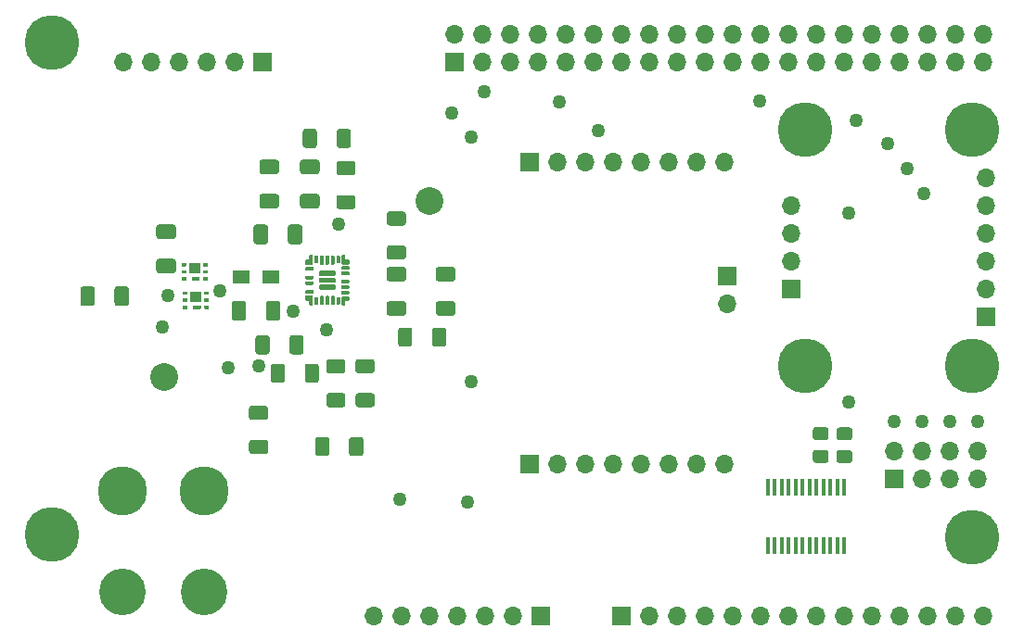
<source format=gbr>
%TF.GenerationSoftware,KiCad,Pcbnew,(5.1.9)-1*%
%TF.CreationDate,2021-03-22T02:41:59-07:00*%
%TF.ProjectId,CapstoneBoard,43617073-746f-46e6-9542-6f6172642e6b,3*%
%TF.SameCoordinates,PX4c4b400PY6bc3e40*%
%TF.FileFunction,Soldermask,Top*%
%TF.FilePolarity,Negative*%
%FSLAX46Y46*%
G04 Gerber Fmt 4.6, Leading zero omitted, Abs format (unit mm)*
G04 Created by KiCad (PCBNEW (5.1.9)-1) date 2021-03-22 02:41:59*
%MOMM*%
%LPD*%
G01*
G04 APERTURE LIST*
%ADD10O,1.700000X1.700000*%
%ADD11R,1.700000X1.700000*%
%ADD12R,0.410000X1.600000*%
%ADD13C,4.250000*%
%ADD14C,4.500000*%
%ADD15C,0.100000*%
%ADD16R,1.500000X1.200000*%
%ADD17C,5.000000*%
%ADD18C,2.540000*%
%ADD19C,1.270000*%
G04 APERTURE END LIST*
D10*
%TO.C,J9*%
X90053000Y55723000D03*
X90053000Y53183000D03*
X87513000Y55723000D03*
X87513000Y53183000D03*
X84973000Y55723000D03*
X84973000Y53183000D03*
X82433000Y55723000D03*
X82433000Y53183000D03*
X79893000Y55723000D03*
X79893000Y53183000D03*
X77353000Y55723000D03*
X77353000Y53183000D03*
X74813000Y55723000D03*
X74813000Y53183000D03*
X72273000Y55723000D03*
X72273000Y53183000D03*
X69733000Y55723000D03*
X69733000Y53183000D03*
X67193000Y55723000D03*
X67193000Y53183000D03*
X64653000Y55723000D03*
X64653000Y53183000D03*
X62113000Y55723000D03*
X62113000Y53183000D03*
X59573000Y55723000D03*
X59573000Y53183000D03*
X57033000Y55723000D03*
X57033000Y53183000D03*
X54493000Y55723000D03*
X54493000Y53183000D03*
X51953000Y55723000D03*
X51953000Y53183000D03*
X49413000Y55723000D03*
X49413000Y53183000D03*
X46873000Y55723000D03*
X46873000Y53183000D03*
X44333000Y55723000D03*
X44333000Y53183000D03*
X41793000Y55723000D03*
D11*
X41793000Y53183000D03*
%TD*%
D10*
%TO.C,J6*%
X34417000Y2510000D03*
X36957000Y2510000D03*
X39497000Y2510000D03*
X42037000Y2510000D03*
X44577000Y2510000D03*
X47117000Y2510000D03*
D11*
X49657000Y2510000D03*
%TD*%
D10*
%TO.C,J8*%
X66358000Y44069000D03*
X63818000Y44069000D03*
X61278000Y44069000D03*
X58738000Y44069000D03*
X56198000Y44069000D03*
X53658000Y44069000D03*
X51118000Y44069000D03*
D11*
X48578000Y44069000D03*
%TD*%
D12*
%TO.C,U2*%
X74800500Y14308300D03*
X74165500Y14308300D03*
X74800500Y8999700D03*
X74165500Y8999700D03*
X72895500Y14308300D03*
X73530500Y14308300D03*
X73530500Y8999700D03*
X72895500Y8999700D03*
X70355500Y8999700D03*
X70990500Y8999700D03*
X71625500Y8999700D03*
X72260500Y8999700D03*
X75435500Y8999700D03*
X76070500Y8999700D03*
X76705500Y8999700D03*
X77340500Y8999700D03*
X77340500Y14308300D03*
X76705500Y14308300D03*
X76070500Y14308300D03*
X75435500Y14308300D03*
X72260500Y14308300D03*
X71625500Y14308300D03*
X70990500Y14308300D03*
X70355500Y14308300D03*
%TD*%
D13*
%TO.C,J1*%
X18940000Y4740000D03*
X11440000Y4740000D03*
D14*
X18940000Y13940000D03*
X11440000Y13940000D03*
%TD*%
D10*
%TO.C,J10*%
X89545000Y17623000D03*
X89545000Y15083000D03*
X87005000Y17623000D03*
X87005000Y15083000D03*
X84465000Y17623000D03*
X84465000Y15083000D03*
X81925000Y17623000D03*
D11*
X81925000Y15083000D03*
%TD*%
%TO.C,J7*%
X24267000Y53183000D03*
D10*
X21727000Y53183000D03*
X19187000Y53183000D03*
X16647000Y53183000D03*
X14107000Y53183000D03*
X11567000Y53183000D03*
%TD*%
D11*
%TO.C,J5*%
X48578000Y16446500D03*
D10*
X51118000Y16446500D03*
X53658000Y16446500D03*
X56198000Y16446500D03*
X58738000Y16446500D03*
X61278000Y16446500D03*
X63818000Y16446500D03*
X66358000Y16446500D03*
%TD*%
%TO.C,J3*%
X72490000Y40015000D03*
X72490000Y37475000D03*
X72490000Y34935000D03*
D11*
X72490000Y32395000D03*
%TD*%
D10*
%TO.C,J2*%
X90270000Y42555000D03*
X90270000Y40015000D03*
X90270000Y37475000D03*
X90270000Y34935000D03*
X90270000Y32395000D03*
D11*
X90270000Y29855000D03*
%TD*%
D10*
%TO.C,J12*%
X66675000Y31085000D03*
D11*
X66675000Y33625000D03*
%TD*%
%TO.C,U1*%
G36*
G01*
X28858000Y34103000D02*
X28223000Y34103000D01*
G75*
G02*
X28153000Y34173000I0J70000D01*
G01*
X28153000Y34383000D01*
G75*
G02*
X28223000Y34453000I70000J0D01*
G01*
X28858000Y34453000D01*
G75*
G02*
X28928000Y34383000I0J-70000D01*
G01*
X28928000Y34173000D01*
G75*
G02*
X28858000Y34103000I-70000J0D01*
G01*
G37*
G36*
G01*
X28795500Y33303000D02*
X28210500Y33303000D01*
G75*
G02*
X28140500Y33373000I0J70000D01*
G01*
X28140500Y33583000D01*
G75*
G02*
X28210500Y33653000I70000J0D01*
G01*
X28795500Y33653000D01*
G75*
G02*
X28865500Y33583000I0J-70000D01*
G01*
X28865500Y33373000D01*
G75*
G02*
X28795500Y33303000I-70000J0D01*
G01*
G37*
G36*
G01*
X31258000Y34778000D02*
X31048000Y34778000D01*
G75*
G02*
X30978000Y34848000I0J70000D01*
G01*
X30978000Y35408000D01*
G75*
G02*
X31048000Y35478000I70000J0D01*
G01*
X31258000Y35478000D01*
G75*
G02*
X31328000Y35408000I0J-70000D01*
G01*
X31328000Y34848000D01*
G75*
G02*
X31258000Y34778000I-70000J0D01*
G01*
G37*
G36*
G01*
X30758000Y34653000D02*
X30548000Y34653000D01*
G75*
G02*
X30478000Y34723000I0J70000D01*
G01*
X30478000Y35408000D01*
G75*
G02*
X30548000Y35478000I70000J0D01*
G01*
X30758000Y35478000D01*
G75*
G02*
X30828000Y35408000I0J-70000D01*
G01*
X30828000Y34723000D01*
G75*
G02*
X30758000Y34653000I-70000J0D01*
G01*
G37*
G36*
G01*
X28795500Y32803000D02*
X28210500Y32803000D01*
G75*
G02*
X28140500Y32873000I0J70000D01*
G01*
X28140500Y33083000D01*
G75*
G02*
X28210500Y33153000I70000J0D01*
G01*
X28795500Y33153000D01*
G75*
G02*
X28865500Y33083000I0J-70000D01*
G01*
X28865500Y32873000D01*
G75*
G02*
X28795500Y32803000I-70000J0D01*
G01*
G37*
G36*
G01*
X28858000Y32003000D02*
X28223000Y32003000D01*
G75*
G02*
X28153000Y32073000I0J70000D01*
G01*
X28153000Y32283000D01*
G75*
G02*
X28223000Y32353000I70000J0D01*
G01*
X28858000Y32353000D01*
G75*
G02*
X28928000Y32283000I0J-70000D01*
G01*
X28928000Y32073000D01*
G75*
G02*
X28858000Y32003000I-70000J0D01*
G01*
G37*
G36*
G01*
X30820500Y32990500D02*
X29485500Y32990500D01*
G75*
G02*
X29390500Y33085500I0J95000D01*
G01*
X29390500Y33370500D01*
G75*
G02*
X29485500Y33465500I95000J0D01*
G01*
X30820500Y33465500D01*
G75*
G02*
X30915500Y33370500I0J-95000D01*
G01*
X30915500Y33085500D01*
G75*
G02*
X30820500Y32990500I-95000J0D01*
G01*
G37*
G36*
G01*
X30820500Y32365500D02*
X29485500Y32365500D01*
G75*
G02*
X29390500Y32460500I0J95000D01*
G01*
X29390500Y32745500D01*
G75*
G02*
X29485500Y32840500I95000J0D01*
G01*
X30820500Y32840500D01*
G75*
G02*
X30915500Y32745500I0J-95000D01*
G01*
X30915500Y32460500D01*
G75*
G02*
X30820500Y32365500I-95000J0D01*
G01*
G37*
G36*
G01*
X30820500Y33615500D02*
X29485500Y33615500D01*
G75*
G02*
X29390500Y33710500I0J95000D01*
G01*
X29390500Y33995500D01*
G75*
G02*
X29485500Y34090500I95000J0D01*
G01*
X30820500Y34090500D01*
G75*
G02*
X30915500Y33995500I0J-95000D01*
G01*
X30915500Y33710500D01*
G75*
G02*
X30820500Y33615500I-95000J0D01*
G01*
G37*
G36*
G01*
X30258000Y34653000D02*
X30048000Y34653000D01*
G75*
G02*
X29978000Y34723000I0J70000D01*
G01*
X29978000Y35408000D01*
G75*
G02*
X30048000Y35478000I70000J0D01*
G01*
X30258000Y35478000D01*
G75*
G02*
X30328000Y35408000I0J-70000D01*
G01*
X30328000Y34723000D01*
G75*
G02*
X30258000Y34653000I-70000J0D01*
G01*
G37*
G36*
G01*
X29758000Y34653000D02*
X29548000Y34653000D01*
G75*
G02*
X29478000Y34723000I0J70000D01*
G01*
X29478000Y35408000D01*
G75*
G02*
X29548000Y35478000I70000J0D01*
G01*
X29758000Y35478000D01*
G75*
G02*
X29828000Y35408000I0J-70000D01*
G01*
X29828000Y34723000D01*
G75*
G02*
X29758000Y34653000I-70000J0D01*
G01*
G37*
G36*
G01*
X29258000Y34778000D02*
X29048000Y34778000D01*
G75*
G02*
X28978000Y34848000I0J70000D01*
G01*
X28978000Y35408000D01*
G75*
G02*
X29048000Y35478000I70000J0D01*
G01*
X29258000Y35478000D01*
G75*
G02*
X29328000Y35408000I0J-70000D01*
G01*
X29328000Y34848000D01*
G75*
G02*
X29258000Y34778000I-70000J0D01*
G01*
G37*
G36*
G01*
X29258000Y31003000D02*
X29048000Y31003000D01*
G75*
G02*
X28978000Y31073000I0J70000D01*
G01*
X28978000Y31633000D01*
G75*
G02*
X29048000Y31703000I70000J0D01*
G01*
X29258000Y31703000D01*
G75*
G02*
X29328000Y31633000I0J-70000D01*
G01*
X29328000Y31073000D01*
G75*
G02*
X29258000Y31003000I-70000J0D01*
G01*
G37*
G36*
G01*
X29758000Y30978000D02*
X29548000Y30978000D01*
G75*
G02*
X29478000Y31048000I0J70000D01*
G01*
X29478000Y31733000D01*
G75*
G02*
X29548000Y31803000I70000J0D01*
G01*
X29758000Y31803000D01*
G75*
G02*
X29828000Y31733000I0J-70000D01*
G01*
X29828000Y31048000D01*
G75*
G02*
X29758000Y30978000I-70000J0D01*
G01*
G37*
G36*
G01*
X30258000Y30978000D02*
X30048000Y30978000D01*
G75*
G02*
X29978000Y31048000I0J70000D01*
G01*
X29978000Y31733000D01*
G75*
G02*
X30048000Y31803000I70000J0D01*
G01*
X30258000Y31803000D01*
G75*
G02*
X30328000Y31733000I0J-70000D01*
G01*
X30328000Y31048000D01*
G75*
G02*
X30258000Y30978000I-70000J0D01*
G01*
G37*
G36*
G01*
X30758000Y30978000D02*
X30548000Y30978000D01*
G75*
G02*
X30478000Y31048000I0J70000D01*
G01*
X30478000Y31733000D01*
G75*
G02*
X30548000Y31803000I70000J0D01*
G01*
X30758000Y31803000D01*
G75*
G02*
X30828000Y31733000I0J-70000D01*
G01*
X30828000Y31048000D01*
G75*
G02*
X30758000Y30978000I-70000J0D01*
G01*
G37*
G36*
G01*
X31258000Y31003000D02*
X31048000Y31003000D01*
G75*
G02*
X30978000Y31073000I0J70000D01*
G01*
X30978000Y31633000D01*
G75*
G02*
X31048000Y31703000I70000J0D01*
G01*
X31258000Y31703000D01*
G75*
G02*
X31328000Y31633000I0J-70000D01*
G01*
X31328000Y31073000D01*
G75*
G02*
X31258000Y31003000I-70000J0D01*
G01*
G37*
G36*
G01*
X32083000Y32928000D02*
X31498000Y32928000D01*
G75*
G02*
X31428000Y32998000I0J70000D01*
G01*
X31428000Y33208000D01*
G75*
G02*
X31498000Y33278000I70000J0D01*
G01*
X32083000Y33278000D01*
G75*
G02*
X32153000Y33208000I0J-70000D01*
G01*
X32153000Y32998000D01*
G75*
G02*
X32083000Y32928000I-70000J0D01*
G01*
G37*
G36*
G01*
X32083000Y32428000D02*
X31498000Y32428000D01*
G75*
G02*
X31428000Y32498000I0J70000D01*
G01*
X31428000Y32708000D01*
G75*
G02*
X31498000Y32778000I70000J0D01*
G01*
X32083000Y32778000D01*
G75*
G02*
X32153000Y32708000I0J-70000D01*
G01*
X32153000Y32498000D01*
G75*
G02*
X32083000Y32428000I-70000J0D01*
G01*
G37*
G36*
G01*
X32083000Y31928000D02*
X31498000Y31928000D01*
G75*
G02*
X31428000Y31998000I0J70000D01*
G01*
X31428000Y32208000D01*
G75*
G02*
X31498000Y32278000I70000J0D01*
G01*
X32083000Y32278000D01*
G75*
G02*
X32153000Y32208000I0J-70000D01*
G01*
X32153000Y31998000D01*
G75*
G02*
X32083000Y31928000I-70000J0D01*
G01*
G37*
G36*
G01*
X32083000Y33678000D02*
X31498000Y33678000D01*
G75*
G02*
X31428000Y33748000I0J70000D01*
G01*
X31428000Y33958000D01*
G75*
G02*
X31498000Y34028000I70000J0D01*
G01*
X32083000Y34028000D01*
G75*
G02*
X32153000Y33958000I0J-70000D01*
G01*
X32153000Y33748000D01*
G75*
G02*
X32083000Y33678000I-70000J0D01*
G01*
G37*
G36*
G01*
X32083000Y34178000D02*
X31498000Y34178000D01*
G75*
G02*
X31428000Y34248000I0J70000D01*
G01*
X31428000Y34458000D01*
G75*
G02*
X31498000Y34528000I70000J0D01*
G01*
X32083000Y34528000D01*
G75*
G02*
X32153000Y34458000I0J-70000D01*
G01*
X32153000Y34248000D01*
G75*
G02*
X32083000Y34178000I-70000J0D01*
G01*
G37*
D15*
G36*
X28148012Y31753445D02*
G01*
X28148067Y31755690D01*
X28148306Y31760569D01*
X28148313Y31760569D01*
X28148538Y31763479D01*
X28148532Y31763480D01*
X28148546Y31763619D01*
X28148554Y31763684D01*
X28148561Y31763774D01*
X28148592Y31764050D01*
X28148599Y31764049D01*
X28148617Y31764190D01*
X28148609Y31764191D01*
X28148610Y31764200D01*
X28148649Y31764451D01*
X28148829Y31765906D01*
X28148838Y31765967D01*
X28148883Y31765960D01*
X28148884Y31765965D01*
X28148839Y31765972D01*
X28149540Y31770729D01*
X28149612Y31771202D01*
X28149623Y31771272D01*
X28150025Y31773450D01*
X28150018Y31773451D01*
X28150047Y31773598D01*
X28150079Y31773744D01*
X28150105Y31773885D01*
X28150161Y31774149D01*
X28150167Y31774148D01*
X28150491Y31775624D01*
X28150504Y31775678D01*
X28150606Y31776094D01*
X28151729Y31780598D01*
X28151743Y31780655D01*
X28151748Y31780672D01*
X28151766Y31780745D01*
X28151767Y31780745D01*
X28151776Y31780787D01*
X28151779Y31780799D01*
X28151783Y31780798D01*
X28152507Y31783365D01*
X28152495Y31783369D01*
X28152548Y31783545D01*
X28152615Y31783750D01*
X28152657Y31783898D01*
X28152728Y31784121D01*
X28152736Y31784118D01*
X28153322Y31785903D01*
X28154961Y31790505D01*
X28154969Y31790502D01*
X28155958Y31793044D01*
X28155945Y31793049D01*
X28156015Y31793219D01*
X28156107Y31793429D01*
X28156162Y31793569D01*
X28156255Y31793785D01*
X28156263Y31793782D01*
X28157008Y31795472D01*
X28159088Y31799892D01*
X28159186Y31800099D01*
X28159216Y31800162D01*
X28160320Y31802318D01*
X28160312Y31802322D01*
X28160405Y31802497D01*
X28160483Y31802635D01*
X28160534Y31802735D01*
X28160640Y31802928D01*
X28160646Y31802925D01*
X28161609Y31804633D01*
X28164110Y31808829D01*
X28164184Y31808954D01*
X28164220Y31809014D01*
X28165595Y31811154D01*
X28165587Y31811159D01*
X28165684Y31811305D01*
X28165788Y31811453D01*
X28165875Y31811589D01*
X28166013Y31811790D01*
X28166020Y31811785D01*
X28167081Y31813301D01*
X28169979Y31817233D01*
X28170228Y31817568D01*
X28170270Y31817624D01*
X28171736Y31819474D01*
X28171732Y31819477D01*
X28171840Y31819609D01*
X28171886Y31819662D01*
X28171941Y31819732D01*
X28172101Y31819923D01*
X28172106Y31819919D01*
X28173383Y31821407D01*
X28176652Y31825037D01*
X28176661Y31825029D01*
X28178540Y31827000D01*
X28178529Y31827011D01*
X28178668Y31827151D01*
X28178847Y31827323D01*
X28178954Y31827435D01*
X28179112Y31827589D01*
X28179118Y31827583D01*
X28180433Y31828844D01*
X28184040Y31832138D01*
X28184230Y31832311D01*
X28184282Y31832358D01*
X28186009Y31833828D01*
X28186001Y31833837D01*
X28186150Y31833961D01*
X28186359Y31834126D01*
X28186547Y31834286D01*
X28186723Y31834427D01*
X28186730Y31834419D01*
X28188186Y31835568D01*
X28192046Y31838455D01*
X28192102Y31838497D01*
X28194443Y31840137D01*
X28194438Y31840144D01*
X28194584Y31840242D01*
X28194680Y31840303D01*
X28194751Y31840353D01*
X28194953Y31840485D01*
X28194957Y31840480D01*
X28196536Y31841487D01*
X28200714Y31844019D01*
X28200903Y31844134D01*
X28200963Y31844170D01*
X28203155Y31845398D01*
X28203151Y31845405D01*
X28203301Y31845486D01*
X28203410Y31845542D01*
X28203525Y31845606D01*
X28203745Y31845721D01*
X28203749Y31845714D01*
X28205450Y31846581D01*
X28209855Y31848692D01*
X28210241Y31848875D01*
X28210305Y31848905D01*
X28212383Y31849811D01*
X28212380Y31849818D01*
X28212537Y31849884D01*
X28212666Y31849934D01*
X28212784Y31849986D01*
X28213014Y31850079D01*
X28213017Y31850072D01*
X28214804Y31850772D01*
X28219395Y31852444D01*
X28219418Y31852453D01*
X28219484Y31852477D01*
X28221964Y31853289D01*
X28221960Y31853301D01*
X28222124Y31853352D01*
X28222357Y31853418D01*
X28222540Y31853478D01*
X28222776Y31853547D01*
X28222779Y31853538D01*
X28224536Y31854036D01*
X28229268Y31855251D01*
X28229576Y31855329D01*
X28229644Y31855346D01*
X28231939Y31855848D01*
X28231937Y31855860D01*
X28232187Y31855911D01*
X28232413Y31855951D01*
X28232557Y31855983D01*
X28232717Y31856013D01*
X28232718Y31856006D01*
X28234536Y31856332D01*
X28239364Y31857079D01*
X28239365Y31857074D01*
X28242124Y31857416D01*
X28242123Y31857429D01*
X28242325Y31857450D01*
X28242544Y31857467D01*
X28242677Y31857484D01*
X28242892Y31857503D01*
X28242893Y31857495D01*
X28244701Y31857640D01*
X28249520Y31857910D01*
X28249590Y31857914D01*
X28249887Y31857921D01*
X28249887Y31857923D01*
X28249981Y31857928D01*
X28252494Y31857999D01*
X28252843Y31858000D01*
X28728070Y31858000D01*
X28728244Y31857994D01*
X28730690Y31857934D01*
X28735570Y31857695D01*
X28735570Y31857688D01*
X28738268Y31857475D01*
X28738269Y31857490D01*
X28738414Y31857476D01*
X28738691Y31857442D01*
X28738897Y31857426D01*
X28739167Y31857395D01*
X28739166Y31857384D01*
X28740906Y31857172D01*
X28745739Y31856459D01*
X28745739Y31856457D01*
X28748500Y31855964D01*
X28748502Y31855973D01*
X28748673Y31855939D01*
X28748800Y31855911D01*
X28748904Y31855892D01*
X28749144Y31855841D01*
X28749142Y31855834D01*
X28751020Y31855413D01*
X28755760Y31854231D01*
X28755789Y31854224D01*
X28755857Y31854207D01*
X28758404Y31853487D01*
X28758406Y31853495D01*
X28758575Y31853444D01*
X28758693Y31853405D01*
X28758796Y31853376D01*
X28759027Y31853303D01*
X28759025Y31853296D01*
X28760905Y31852678D01*
X28765507Y31851039D01*
X28765507Y31851038D01*
X28768127Y31850014D01*
X28768130Y31850022D01*
X28768292Y31849955D01*
X28768399Y31849908D01*
X28768493Y31849871D01*
X28768717Y31849775D01*
X28768714Y31849769D01*
X28770473Y31848992D01*
X28774893Y31846912D01*
X28775100Y31846814D01*
X28775163Y31846784D01*
X28777349Y31845666D01*
X28777352Y31845672D01*
X28777523Y31845581D01*
X28777608Y31845533D01*
X28777702Y31845485D01*
X28777899Y31845377D01*
X28777896Y31845371D01*
X28779634Y31844391D01*
X28783830Y31841890D01*
X28783955Y31841816D01*
X28784015Y31841780D01*
X28786152Y31840410D01*
X28786156Y31840417D01*
X28786311Y31840314D01*
X28786411Y31840244D01*
X28786517Y31840176D01*
X28786710Y31840044D01*
X28786706Y31840038D01*
X28788314Y31838911D01*
X28792245Y31836012D01*
X28792243Y31836009D01*
X28794438Y31834288D01*
X28794443Y31834295D01*
X28794546Y31834211D01*
X28794652Y31834120D01*
X28794772Y31834026D01*
X28794990Y31833843D01*
X28794984Y31833836D01*
X28794990Y31833830D01*
X28794996Y31833837D01*
X28795008Y31833827D01*
X28795229Y31833625D01*
X28796444Y31832583D01*
X28796485Y31832546D01*
X28800026Y31829359D01*
X28800019Y31829351D01*
X28802004Y31827462D01*
X28802013Y31827471D01*
X28802138Y31827347D01*
X28802284Y31827195D01*
X28802391Y31827093D01*
X28802562Y31826918D01*
X28802556Y31826912D01*
X28803851Y31825562D01*
X28807145Y31821954D01*
X28807141Y31821950D01*
X28808844Y31819967D01*
X28808856Y31819977D01*
X28808965Y31819846D01*
X28809171Y31819585D01*
X28809329Y31819401D01*
X28809484Y31819207D01*
X28809475Y31819200D01*
X28810566Y31817818D01*
X28813492Y31813907D01*
X28813799Y31813492D01*
X28813840Y31813436D01*
X28815097Y31811619D01*
X28815104Y31811623D01*
X28815223Y31811446D01*
X28815296Y31811331D01*
X28815358Y31811242D01*
X28815471Y31811069D01*
X28815466Y31811066D01*
X28816501Y31809444D01*
X28819031Y31805265D01*
X28819028Y31805263D01*
X28820309Y31802995D01*
X28820322Y31803002D01*
X28820415Y31802831D01*
X28820551Y31802565D01*
X28820652Y31802386D01*
X28820755Y31802188D01*
X28820746Y31802183D01*
X28821581Y31800550D01*
X28823692Y31796145D01*
X28823745Y31796034D01*
X28823775Y31795971D01*
X28824819Y31793595D01*
X28824827Y31793598D01*
X28824890Y31793448D01*
X28824952Y31793292D01*
X28825002Y31793178D01*
X28825098Y31792940D01*
X28825093Y31792938D01*
X28825607Y31791642D01*
X28825628Y31791586D01*
X28825795Y31791115D01*
X28825801Y31791117D01*
X28827408Y31786702D01*
X28827430Y31786642D01*
X28827432Y31786636D01*
X28827444Y31786603D01*
X28827443Y31786603D01*
X28828251Y31784147D01*
X28828266Y31784152D01*
X28828327Y31783957D01*
X28828409Y31783668D01*
X28828473Y31783474D01*
X28828533Y31783269D01*
X28828525Y31783267D01*
X28828538Y31783232D01*
X28828540Y31783225D01*
X28828535Y31783224D01*
X28829035Y31781466D01*
X28830250Y31776735D01*
X28830329Y31776425D01*
X28830346Y31776357D01*
X28830874Y31773961D01*
X28830881Y31773962D01*
X28830919Y31773775D01*
X28830936Y31773679D01*
X28830950Y31773616D01*
X28830993Y31773391D01*
X28830988Y31773390D01*
X28831332Y31771461D01*
X28832078Y31766638D01*
X28832070Y31766637D01*
X28832207Y31765539D01*
X28832274Y31765246D01*
X28832304Y31764770D01*
X28832405Y31763968D01*
X28832419Y31763970D01*
X28832437Y31763801D01*
X28832458Y31763542D01*
X28832479Y31763375D01*
X28832501Y31763129D01*
X28832492Y31763128D01*
X28832640Y31761300D01*
X28832913Y31756422D01*
X28832912Y31756422D01*
X28832919Y31756113D01*
X28832923Y31756113D01*
X28832928Y31756019D01*
X28832999Y31753506D01*
X28833000Y31753157D01*
X28833000Y31015430D01*
X28832993Y31015199D01*
X28832934Y31012810D01*
X28832695Y31007930D01*
X28832688Y31007930D01*
X28832475Y31005232D01*
X28832490Y31005231D01*
X28832476Y31005086D01*
X28832440Y31004785D01*
X28832426Y31004603D01*
X28832395Y31004333D01*
X28832387Y31004334D01*
X28832220Y31002928D01*
X28832211Y31002864D01*
X28832153Y31002523D01*
X28832161Y31002522D01*
X28831459Y30997763D01*
X28831447Y30997765D01*
X28831054Y30995518D01*
X28831033Y30995302D01*
X28830985Y30995120D01*
X28830962Y30994988D01*
X28830970Y30994986D01*
X28830940Y30994835D01*
X28830915Y30994721D01*
X28830901Y30994641D01*
X28830846Y30994381D01*
X28830841Y30994382D01*
X28830510Y30992875D01*
X28830497Y30992821D01*
X28830393Y30992397D01*
X28830390Y30992385D01*
X28830390Y30992386D01*
X28829231Y30987738D01*
X28829224Y30987711D01*
X28829207Y30987643D01*
X28828471Y30985037D01*
X28828477Y30985035D01*
X28828427Y30984870D01*
X28828408Y30984813D01*
X28828391Y30984752D01*
X28828317Y30984517D01*
X28828311Y30984519D01*
X28827678Y30982595D01*
X28826039Y30977993D01*
X28826038Y30977993D01*
X28825061Y30975500D01*
X28825073Y30975495D01*
X28825009Y30975339D01*
X28824911Y30975116D01*
X28824840Y30974935D01*
X28824741Y30974705D01*
X28824732Y30974709D01*
X28823992Y30973027D01*
X28821912Y30968607D01*
X28821814Y30968400D01*
X28821784Y30968337D01*
X28820689Y30966197D01*
X28820696Y30966193D01*
X28820617Y30966044D01*
X28820554Y30965932D01*
X28820490Y30965807D01*
X28820370Y30965588D01*
X28820363Y30965592D01*
X28819391Y30963866D01*
X28816890Y30959670D01*
X28816816Y30959545D01*
X28816780Y30959485D01*
X28815448Y30957411D01*
X28815457Y30957405D01*
X28815363Y30957263D01*
X28815250Y30957101D01*
X28815165Y30956969D01*
X28815024Y30956763D01*
X28815017Y30956768D01*
X28813911Y30955186D01*
X28811012Y30951255D01*
X28811009Y30951257D01*
X28809288Y30949062D01*
X28809295Y30949057D01*
X28809211Y30948954D01*
X28809120Y30948848D01*
X28809026Y30948728D01*
X28808843Y30948510D01*
X28808836Y30948516D01*
X28808830Y30948510D01*
X28808837Y30948504D01*
X28808827Y30948492D01*
X28808625Y30948271D01*
X28807583Y30947056D01*
X28807546Y30947015D01*
X28804359Y30943474D01*
X28804351Y30943481D01*
X28802469Y30941501D01*
X28802477Y30941493D01*
X28802371Y30941386D01*
X28802236Y30941256D01*
X28802132Y30941147D01*
X28801939Y30940958D01*
X28801932Y30940965D01*
X28800562Y30939649D01*
X28796954Y30936355D01*
X28796950Y30936359D01*
X28794866Y30934565D01*
X28794873Y30934557D01*
X28794751Y30934456D01*
X28794609Y30934344D01*
X28794496Y30934247D01*
X28794293Y30934084D01*
X28794287Y30934091D01*
X28792818Y30932934D01*
X28788907Y30930008D01*
X28788492Y30929701D01*
X28788436Y30929660D01*
X28786624Y30928404D01*
X28786627Y30928399D01*
X28786483Y30928302D01*
X28786402Y30928250D01*
X28786305Y30928183D01*
X28786099Y30928048D01*
X28786095Y30928054D01*
X28784441Y30926997D01*
X28780263Y30924468D01*
X28780259Y30924475D01*
X28780202Y30924431D01*
X28780144Y30924396D01*
X28777995Y30923190D01*
X28778002Y30923178D01*
X28777831Y30923085D01*
X28777576Y30922955D01*
X28777386Y30922848D01*
X28777188Y30922745D01*
X28777183Y30922754D01*
X28775550Y30921919D01*
X28771145Y30919808D01*
X28771034Y30919755D01*
X28770971Y30919725D01*
X28768595Y30918681D01*
X28768598Y30918673D01*
X28768448Y30918610D01*
X28768309Y30918555D01*
X28768178Y30918498D01*
X28767940Y30918402D01*
X28767937Y30918410D01*
X28766187Y30917724D01*
X28761596Y30916053D01*
X28761572Y30916047D01*
X28759137Y30915243D01*
X28759141Y30915231D01*
X28758975Y30915179D01*
X28758747Y30915114D01*
X28758571Y30915056D01*
X28758337Y30914987D01*
X28758334Y30914997D01*
X28756466Y30914465D01*
X28751735Y30913250D01*
X28751425Y30913171D01*
X28751357Y30913154D01*
X28749069Y30912651D01*
X28749071Y30912642D01*
X28748901Y30912607D01*
X28748714Y30912573D01*
X28748567Y30912541D01*
X28748325Y30912495D01*
X28748323Y30912503D01*
X28746465Y30912168D01*
X28741638Y30911421D01*
X28741638Y30911422D01*
X28738916Y30911086D01*
X28738917Y30911075D01*
X28738756Y30911058D01*
X28738563Y30911042D01*
X28738430Y30911026D01*
X28738176Y30911003D01*
X28738175Y30911011D01*
X28736300Y30910860D01*
X28731422Y30910587D01*
X28731422Y30910588D01*
X28731113Y30910581D01*
X28731113Y30910577D01*
X28731019Y30910572D01*
X28728506Y30910501D01*
X28728157Y30910500D01*
X28602930Y30910500D01*
X28602702Y30910507D01*
X28600309Y30910566D01*
X28595430Y30910805D01*
X28595430Y30910812D01*
X28592520Y30911037D01*
X28592519Y30911031D01*
X28592380Y30911045D01*
X28592315Y30911053D01*
X28592225Y30911060D01*
X28591949Y30911091D01*
X28591950Y30911098D01*
X28590102Y30911327D01*
X28585270Y30912039D01*
X28584797Y30912111D01*
X28584727Y30912122D01*
X28582549Y30912524D01*
X28582548Y30912517D01*
X28582401Y30912546D01*
X28582269Y30912575D01*
X28582114Y30912604D01*
X28581850Y30912660D01*
X28581852Y30912669D01*
X28579980Y30913087D01*
X28575240Y30914269D01*
X28575244Y30914286D01*
X28572606Y30915013D01*
X28572603Y30915003D01*
X28572503Y30915033D01*
X28572337Y30915087D01*
X28572175Y30915132D01*
X28571875Y30915227D01*
X28571878Y30915238D01*
X28570091Y30915823D01*
X28565490Y30917462D01*
X28565493Y30917470D01*
X28562810Y30918510D01*
X28562807Y30918503D01*
X28562648Y30918569D01*
X28562587Y30918596D01*
X28562556Y30918608D01*
X28562329Y30918705D01*
X28562331Y30918709D01*
X28560527Y30919508D01*
X28556107Y30921588D01*
X28555900Y30921686D01*
X28555837Y30921716D01*
X28553788Y30922767D01*
X28553783Y30922757D01*
X28553622Y30922842D01*
X28553403Y30922965D01*
X28553214Y30923062D01*
X28553007Y30923176D01*
X28553012Y30923185D01*
X28551366Y30924109D01*
X28547170Y30926610D01*
X28547045Y30926684D01*
X28546985Y30926720D01*
X28544848Y30928090D01*
X28544844Y30928083D01*
X28544689Y30928186D01*
X28544589Y30928256D01*
X28544483Y30928324D01*
X28544290Y30928456D01*
X28544294Y30928462D01*
X28542681Y30929593D01*
X28538751Y30932492D01*
X28538761Y30932505D01*
X28536646Y30934152D01*
X28536636Y30934140D01*
X28536524Y30934231D01*
X28536318Y30934407D01*
X28536168Y30934524D01*
X28535959Y30934700D01*
X28535966Y30934708D01*
X28534605Y30935873D01*
X28530974Y30939141D01*
X28530981Y30939149D01*
X28528996Y30941038D01*
X28528987Y30941029D01*
X28528864Y30941151D01*
X28528719Y30941302D01*
X28528614Y30941402D01*
X28528441Y30941579D01*
X28528447Y30941585D01*
X28527149Y30942938D01*
X28523856Y30946545D01*
X28523688Y30946730D01*
X28523641Y30946782D01*
X28522073Y30948620D01*
X28522067Y30948615D01*
X28521938Y30948771D01*
X28521856Y30948876D01*
X28521782Y30948962D01*
X28521646Y30949131D01*
X28521651Y30949135D01*
X28520433Y30950683D01*
X28517508Y30954593D01*
X28517503Y30954600D01*
X28515910Y30956875D01*
X28515902Y30956869D01*
X28515811Y30957004D01*
X28515721Y30957145D01*
X28515634Y30957269D01*
X28515493Y30957485D01*
X28515500Y30957490D01*
X28514501Y30959052D01*
X28511971Y30963230D01*
X28511866Y30963404D01*
X28511830Y30963464D01*
X28510689Y30965504D01*
X28510678Y30965498D01*
X28510585Y30965669D01*
X28510459Y30965916D01*
X28510348Y30966114D01*
X28510245Y30966312D01*
X28510254Y30966317D01*
X28509419Y30967950D01*
X28507308Y30972355D01*
X28507125Y30972741D01*
X28507095Y30972805D01*
X28506189Y30974883D01*
X28506182Y30974880D01*
X28506121Y30975025D01*
X28506070Y30975156D01*
X28506024Y30975260D01*
X28505926Y30975502D01*
X28505932Y30975504D01*
X28505376Y30976916D01*
X28505372Y30976915D01*
X28505369Y30976923D01*
X28505358Y30976961D01*
X28505292Y30977129D01*
X28505271Y30977186D01*
X28505292Y30977194D01*
X28505238Y30977381D01*
X28505204Y30977369D01*
X28503557Y30981890D01*
X28503547Y30981918D01*
X28503523Y30981984D01*
X28502717Y30984443D01*
X28502706Y30984439D01*
X28502658Y30984593D01*
X28502594Y30984820D01*
X28502526Y30985026D01*
X28502454Y30985272D01*
X28502464Y30985275D01*
X28501964Y30987036D01*
X28500749Y30991768D01*
X28500671Y30992076D01*
X28500654Y30992144D01*
X28500126Y30994533D01*
X28500120Y30994532D01*
X28500078Y30994739D01*
X28500066Y30994807D01*
X28500059Y30994838D01*
X28500020Y30995041D01*
X28500024Y30995042D01*
X28499668Y30997036D01*
X28498921Y31001864D01*
X28498926Y31001865D01*
X28498565Y31004739D01*
X28498559Y31004738D01*
X28498543Y31004894D01*
X28498539Y31004947D01*
X28498532Y31005000D01*
X28498508Y31005261D01*
X28498513Y31005261D01*
X28498376Y31006924D01*
X28498372Y31006989D01*
X28498363Y31007272D01*
X28498356Y31007272D01*
X28498090Y31012020D01*
X28498086Y31012090D01*
X28498079Y31012387D01*
X28498077Y31012387D01*
X28498072Y31012481D01*
X28498001Y31014994D01*
X28498000Y31015343D01*
X28498000Y31348000D01*
X28252930Y31348000D01*
X28252696Y31348008D01*
X28250311Y31348066D01*
X28245432Y31348305D01*
X28245432Y31348312D01*
X28242617Y31348530D01*
X28242616Y31348522D01*
X28242514Y31348532D01*
X28242387Y31348548D01*
X28242252Y31348558D01*
X28241939Y31348593D01*
X28241940Y31348602D01*
X28240104Y31348827D01*
X28235272Y31349539D01*
X28234799Y31349611D01*
X28234729Y31349622D01*
X28232551Y31350024D01*
X28232550Y31350017D01*
X28232403Y31350046D01*
X28232271Y31350075D01*
X28232116Y31350104D01*
X28231852Y31350160D01*
X28231854Y31350169D01*
X28229982Y31350587D01*
X28225403Y31351729D01*
X28225403Y31351728D01*
X28225346Y31351742D01*
X28225313Y31351751D01*
X28225258Y31351765D01*
X28225214Y31351775D01*
X28225202Y31351778D01*
X28225203Y31351782D01*
X28222622Y31352508D01*
X28222619Y31352498D01*
X28222453Y31352548D01*
X28222281Y31352605D01*
X28222137Y31352645D01*
X28221904Y31352719D01*
X28221907Y31352727D01*
X28220098Y31353321D01*
X28215496Y31354960D01*
X28215499Y31354968D01*
X28212916Y31355971D01*
X28212912Y31355960D01*
X28212752Y31356026D01*
X28212595Y31356095D01*
X28212485Y31356138D01*
X28212259Y31356235D01*
X28212262Y31356242D01*
X28210529Y31357007D01*
X28206109Y31359087D01*
X28205902Y31359185D01*
X28205839Y31359215D01*
X28203625Y31360349D01*
X28203621Y31360342D01*
X28203467Y31360424D01*
X28203357Y31360486D01*
X28203279Y31360526D01*
X28203064Y31360644D01*
X28203067Y31360650D01*
X28201363Y31361611D01*
X28197168Y31364112D01*
X28197171Y31364116D01*
X28194928Y31365545D01*
X28194921Y31365534D01*
X28194818Y31365602D01*
X28194611Y31365746D01*
X28194428Y31365863D01*
X28194186Y31366029D01*
X28194193Y31366039D01*
X28192706Y31367076D01*
X28188773Y31369974D01*
X28188433Y31370227D01*
X28188377Y31370269D01*
X28186611Y31371671D01*
X28186606Y31371664D01*
X28186471Y31371774D01*
X28186339Y31371887D01*
X28186227Y31371976D01*
X28186040Y31372133D01*
X28186045Y31372139D01*
X28184606Y31373372D01*
X28180974Y31376641D01*
X28180896Y31376711D01*
X28180844Y31376758D01*
X28178997Y31378534D01*
X28178990Y31378527D01*
X28178869Y31378647D01*
X28178735Y31378786D01*
X28178614Y31378903D01*
X28178441Y31379080D01*
X28178447Y31379086D01*
X28177156Y31380432D01*
X28173862Y31384039D01*
X28173689Y31384229D01*
X28173642Y31384281D01*
X28172134Y31386049D01*
X28172127Y31386043D01*
X28172014Y31386179D01*
X28171895Y31386330D01*
X28171773Y31386473D01*
X28171621Y31386662D01*
X28171628Y31386668D01*
X28170432Y31388185D01*
X28167506Y31392097D01*
X28167503Y31392101D01*
X28165811Y31394511D01*
X28165808Y31394509D01*
X28165719Y31394642D01*
X28165715Y31394648D01*
X28165692Y31394681D01*
X28165551Y31394896D01*
X28165555Y31394899D01*
X28164513Y31396535D01*
X28161981Y31400713D01*
X28161866Y31400902D01*
X28161830Y31400962D01*
X28161075Y31402308D01*
X28161071Y31402306D01*
X28161067Y31402313D01*
X28160958Y31402517D01*
X28160541Y31403261D01*
X28160536Y31403258D01*
X28160464Y31403392D01*
X28160437Y31403446D01*
X28160402Y31403508D01*
X28160278Y31403745D01*
X28160284Y31403748D01*
X28160042Y31404228D01*
X28159758Y31404759D01*
X28159756Y31404763D01*
X28159385Y31405520D01*
X28157310Y31409851D01*
X28157322Y31409857D01*
X28157192Y31410148D01*
X28156441Y31411767D01*
X28156438Y31411774D01*
X28156462Y31411784D01*
X28156153Y31412477D01*
X28156143Y31412473D01*
X28156084Y31412614D01*
X28156029Y31412754D01*
X28155982Y31412860D01*
X28155883Y31413106D01*
X28155891Y31413109D01*
X28155226Y31414810D01*
X28153555Y31419400D01*
X28153548Y31419417D01*
X28153524Y31419483D01*
X28152736Y31421885D01*
X28152724Y31421881D01*
X28152669Y31422057D01*
X28152598Y31422308D01*
X28152536Y31422496D01*
X28152470Y31422721D01*
X28152479Y31422724D01*
X28151965Y31424534D01*
X28150750Y31429265D01*
X28150671Y31429575D01*
X28150654Y31429643D01*
X28150149Y31431938D01*
X28150141Y31431936D01*
X28150103Y31432121D01*
X28150077Y31432264D01*
X28150042Y31432424D01*
X28149999Y31432650D01*
X28150007Y31432652D01*
X28149668Y31434534D01*
X28148921Y31439361D01*
X28148926Y31439362D01*
X28148565Y31442238D01*
X28148559Y31442237D01*
X28148543Y31442393D01*
X28148539Y31442446D01*
X28148532Y31442499D01*
X28148508Y31442760D01*
X28148513Y31442760D01*
X28148376Y31444423D01*
X28148372Y31444488D01*
X28148363Y31444771D01*
X28148356Y31444771D01*
X28148090Y31449520D01*
X28148086Y31449590D01*
X28148079Y31449887D01*
X28148077Y31449887D01*
X28148072Y31449981D01*
X28148001Y31452494D01*
X28148000Y31452843D01*
X28148000Y31753070D01*
X28148012Y31753445D01*
G37*
G36*
X31473007Y35440798D02*
G01*
X31473066Y35443191D01*
X31473305Y35448070D01*
X31473312Y35448070D01*
X31473537Y35450980D01*
X31473531Y35450981D01*
X31473545Y35451120D01*
X31473553Y35451185D01*
X31473560Y35451275D01*
X31473591Y35451551D01*
X31473598Y35451550D01*
X31473616Y35451691D01*
X31473608Y35451692D01*
X31473609Y35451701D01*
X31473648Y35451952D01*
X31473828Y35453407D01*
X31473837Y35453468D01*
X31473882Y35453461D01*
X31473883Y35453466D01*
X31473838Y35453473D01*
X31474539Y35458230D01*
X31474611Y35458703D01*
X31474622Y35458773D01*
X31475024Y35460951D01*
X31475017Y35460952D01*
X31475046Y35461099D01*
X31475078Y35461245D01*
X31475104Y35461386D01*
X31475160Y35461650D01*
X31475166Y35461649D01*
X31475490Y35463125D01*
X31475503Y35463179D01*
X31475605Y35463595D01*
X31476769Y35468262D01*
X31476787Y35468257D01*
X31477524Y35470922D01*
X31477511Y35470926D01*
X31477552Y35471062D01*
X31477617Y35471260D01*
X31477653Y35471390D01*
X31477737Y35471654D01*
X31477746Y35471651D01*
X31478323Y35473409D01*
X31479962Y35478010D01*
X31479970Y35478007D01*
X31481010Y35480690D01*
X31481003Y35480693D01*
X31481069Y35480852D01*
X31481096Y35480913D01*
X31481108Y35480944D01*
X31481205Y35481171D01*
X31481209Y35481169D01*
X31482008Y35482973D01*
X31484088Y35487393D01*
X31484186Y35487600D01*
X31484216Y35487663D01*
X31485320Y35489819D01*
X31485312Y35489823D01*
X31485405Y35489998D01*
X31485483Y35490136D01*
X31485534Y35490236D01*
X31485640Y35490429D01*
X31485646Y35490426D01*
X31486609Y35492134D01*
X31489110Y35496330D01*
X31489184Y35496455D01*
X31489220Y35496515D01*
X31490580Y35498632D01*
X31490571Y35498638D01*
X31490692Y35498820D01*
X31490804Y35498979D01*
X31490878Y35499095D01*
X31490992Y35499261D01*
X31490998Y35499257D01*
X31492093Y35500819D01*
X31494992Y35504749D01*
X31495005Y35504739D01*
X31496741Y35506968D01*
X31496731Y35506976D01*
X31496839Y35507108D01*
X31496951Y35507238D01*
X31497009Y35507313D01*
X31497168Y35507502D01*
X31497173Y35507497D01*
X31498373Y35508895D01*
X31501641Y35512526D01*
X31501649Y35512519D01*
X31503540Y35514502D01*
X31503529Y35514513D01*
X31503668Y35514653D01*
X31503843Y35514821D01*
X31503946Y35514929D01*
X31504106Y35515085D01*
X31504112Y35515079D01*
X31505438Y35516351D01*
X31509045Y35519644D01*
X31509230Y35519812D01*
X31509282Y35519859D01*
X31511085Y35521394D01*
X31511078Y35521403D01*
X31511241Y35521538D01*
X31511415Y35521675D01*
X31511516Y35521761D01*
X31511678Y35521891D01*
X31511682Y35521886D01*
X31513183Y35523067D01*
X31517044Y35525955D01*
X31517100Y35525997D01*
X31519444Y35527639D01*
X31519439Y35527646D01*
X31519585Y35527744D01*
X31519676Y35527802D01*
X31519743Y35527849D01*
X31519948Y35527983D01*
X31519951Y35527978D01*
X31521552Y35528999D01*
X31525730Y35531529D01*
X31525904Y35531634D01*
X31525964Y35531670D01*
X31528004Y35532811D01*
X31527998Y35532822D01*
X31528169Y35532915D01*
X31528416Y35533041D01*
X31528614Y35533152D01*
X31528812Y35533255D01*
X31528817Y35533246D01*
X31530450Y35534081D01*
X31534855Y35536192D01*
X31535241Y35536375D01*
X31535305Y35536405D01*
X31537443Y35537339D01*
X31537441Y35537344D01*
X31537601Y35537411D01*
X31537673Y35537439D01*
X31537746Y35537471D01*
X31537973Y35537563D01*
X31537975Y35537557D01*
X31539804Y35538272D01*
X31544395Y35539944D01*
X31544418Y35539953D01*
X31544484Y35539977D01*
X31546864Y35540754D01*
X31546859Y35540769D01*
X31547025Y35540821D01*
X31547353Y35540914D01*
X31547618Y35541001D01*
X31547852Y35541069D01*
X31547855Y35541057D01*
X31549536Y35541536D01*
X31554268Y35542751D01*
X31554576Y35542829D01*
X31554644Y35542846D01*
X31556939Y35543348D01*
X31556937Y35543360D01*
X31557187Y35543411D01*
X31557413Y35543451D01*
X31557557Y35543483D01*
X31557717Y35543513D01*
X31557718Y35543506D01*
X31559536Y35543832D01*
X31564364Y35544579D01*
X31564365Y35544574D01*
X31567172Y35544922D01*
X31567171Y35544934D01*
X31567375Y35544955D01*
X31567541Y35544968D01*
X31567636Y35544980D01*
X31567849Y35544999D01*
X31567850Y35544993D01*
X31569701Y35545140D01*
X31574520Y35545410D01*
X31574590Y35545414D01*
X31574887Y35545421D01*
X31574887Y35545423D01*
X31574981Y35545428D01*
X31577494Y35545499D01*
X31577843Y35545500D01*
X31703070Y35545500D01*
X31703244Y35545494D01*
X31705690Y35545434D01*
X31710570Y35545195D01*
X31710570Y35545188D01*
X31713268Y35544975D01*
X31713269Y35544990D01*
X31713414Y35544976D01*
X31713691Y35544942D01*
X31713897Y35544926D01*
X31714167Y35544895D01*
X31714166Y35544884D01*
X31715906Y35544672D01*
X31720739Y35543959D01*
X31720739Y35543957D01*
X31723506Y35543464D01*
X31723508Y35543472D01*
X31723669Y35543440D01*
X31723783Y35543415D01*
X31723881Y35543397D01*
X31724131Y35543344D01*
X31724129Y35543337D01*
X31726020Y35542913D01*
X31730760Y35541731D01*
X31730789Y35541724D01*
X31730857Y35541707D01*
X31733463Y35540971D01*
X31733465Y35540977D01*
X31733630Y35540927D01*
X31733687Y35540908D01*
X31733748Y35540891D01*
X31733983Y35540817D01*
X31733981Y35540811D01*
X31735905Y35540178D01*
X31740507Y35538539D01*
X31740507Y35538538D01*
X31743190Y35537491D01*
X31743193Y35537497D01*
X31743352Y35537431D01*
X31743411Y35537405D01*
X31743444Y35537392D01*
X31743671Y35537295D01*
X31743669Y35537291D01*
X31745473Y35536492D01*
X31749893Y35534412D01*
X31750100Y35534314D01*
X31750163Y35534284D01*
X31752212Y35533233D01*
X31752217Y35533243D01*
X31752378Y35533158D01*
X31752597Y35533035D01*
X31752786Y35532938D01*
X31752993Y35532824D01*
X31752988Y35532815D01*
X31754634Y35531891D01*
X31758830Y35529390D01*
X31758955Y35529316D01*
X31759015Y35529280D01*
X31761152Y35527910D01*
X31761156Y35527917D01*
X31761311Y35527814D01*
X31761411Y35527744D01*
X31761517Y35527676D01*
X31761710Y35527544D01*
X31761706Y35527538D01*
X31763314Y35526411D01*
X31767245Y35523512D01*
X31767243Y35523509D01*
X31769438Y35521788D01*
X31769443Y35521795D01*
X31769546Y35521711D01*
X31769652Y35521620D01*
X31769772Y35521526D01*
X31769990Y35521343D01*
X31769984Y35521336D01*
X31769990Y35521330D01*
X31769996Y35521337D01*
X31770008Y35521327D01*
X31770229Y35521125D01*
X31771444Y35520083D01*
X31771485Y35520046D01*
X31775026Y35516859D01*
X31775019Y35516851D01*
X31777004Y35514962D01*
X31777013Y35514971D01*
X31777136Y35514849D01*
X31777281Y35514698D01*
X31777386Y35514598D01*
X31777559Y35514421D01*
X31777553Y35514415D01*
X31778851Y35513062D01*
X31782145Y35509454D01*
X31782141Y35509450D01*
X31783844Y35507467D01*
X31783856Y35507477D01*
X31783965Y35507346D01*
X31784171Y35507085D01*
X31784329Y35506901D01*
X31784484Y35506707D01*
X31784475Y35506700D01*
X31785566Y35505318D01*
X31788492Y35501407D01*
X31788799Y35500992D01*
X31788840Y35500936D01*
X31790097Y35499119D01*
X31790104Y35499123D01*
X31790223Y35498946D01*
X31790296Y35498831D01*
X31790358Y35498742D01*
X31790471Y35498569D01*
X31790466Y35498566D01*
X31791501Y35496944D01*
X31794031Y35492765D01*
X31794028Y35492763D01*
X31795309Y35490495D01*
X31795322Y35490502D01*
X31795415Y35490331D01*
X31795551Y35490065D01*
X31795652Y35489886D01*
X31795755Y35489688D01*
X31795746Y35489683D01*
X31796581Y35488050D01*
X31798692Y35483645D01*
X31798745Y35483534D01*
X31798775Y35483471D01*
X31799819Y35481095D01*
X31799827Y35481098D01*
X31799890Y35480948D01*
X31799952Y35480792D01*
X31800002Y35480678D01*
X31800098Y35480440D01*
X31800093Y35480438D01*
X31800607Y35479142D01*
X31800628Y35479086D01*
X31800795Y35478615D01*
X31800801Y35478617D01*
X31802408Y35474202D01*
X31802430Y35474142D01*
X31802432Y35474136D01*
X31802444Y35474103D01*
X31802443Y35474103D01*
X31803251Y35471647D01*
X31803266Y35471652D01*
X31803327Y35471457D01*
X31803409Y35471168D01*
X31803473Y35470974D01*
X31803533Y35470769D01*
X31803525Y35470767D01*
X31803538Y35470732D01*
X31803540Y35470725D01*
X31803535Y35470724D01*
X31804035Y35468966D01*
X31805250Y35464235D01*
X31805329Y35463925D01*
X31805346Y35463857D01*
X31805874Y35461461D01*
X31805881Y35461462D01*
X31805919Y35461275D01*
X31805936Y35461179D01*
X31805950Y35461116D01*
X31805993Y35460891D01*
X31805988Y35460890D01*
X31806332Y35458961D01*
X31807078Y35454138D01*
X31807070Y35454137D01*
X31807207Y35453039D01*
X31807274Y35452746D01*
X31807304Y35452270D01*
X31807405Y35451468D01*
X31807419Y35451470D01*
X31807437Y35451301D01*
X31807458Y35451042D01*
X31807479Y35450875D01*
X31807501Y35450629D01*
X31807492Y35450628D01*
X31807640Y35448800D01*
X31807913Y35443922D01*
X31807912Y35443922D01*
X31807919Y35443613D01*
X31807923Y35443613D01*
X31807928Y35443519D01*
X31807999Y35441006D01*
X31808000Y35440657D01*
X31808000Y35133000D01*
X32053090Y35133000D01*
X32053248Y35132995D01*
X32053263Y35132995D01*
X32055709Y35132935D01*
X32060589Y35132696D01*
X32060589Y35132689D01*
X32063287Y35132476D01*
X32063288Y35132491D01*
X32063433Y35132477D01*
X32063710Y35132443D01*
X32063916Y35132427D01*
X32064186Y35132396D01*
X32064185Y35132385D01*
X32065925Y35132173D01*
X32070758Y35131460D01*
X32070758Y35131458D01*
X32073576Y35130957D01*
X32073577Y35130963D01*
X32073747Y35130929D01*
X32073811Y35130915D01*
X32073882Y35130902D01*
X32074123Y35130851D01*
X32074122Y35130845D01*
X32076039Y35130414D01*
X32080779Y35129232D01*
X32080808Y35129225D01*
X32080876Y35129208D01*
X32083504Y35128467D01*
X32083505Y35128472D01*
X32083673Y35128421D01*
X32083703Y35128411D01*
X32083756Y35128396D01*
X32083988Y35128323D01*
X32083986Y35128318D01*
X32085924Y35127679D01*
X32090526Y35126040D01*
X32090526Y35126039D01*
X32093001Y35125069D01*
X32093006Y35125082D01*
X32093167Y35125016D01*
X32093424Y35124903D01*
X32093610Y35124830D01*
X32093835Y35124733D01*
X32093831Y35124724D01*
X32095492Y35123993D01*
X32099912Y35121913D01*
X32100119Y35121815D01*
X32100182Y35121785D01*
X32102258Y35120720D01*
X32102264Y35120730D01*
X32102436Y35120639D01*
X32102649Y35120519D01*
X32102815Y35120434D01*
X32103011Y35120326D01*
X32103007Y35120318D01*
X32104653Y35119392D01*
X32108849Y35116891D01*
X32108974Y35116817D01*
X32109034Y35116781D01*
X32111170Y35115407D01*
X32111176Y35115417D01*
X32111328Y35115316D01*
X32111507Y35115190D01*
X32111626Y35115114D01*
X32111821Y35114980D01*
X32111817Y35114974D01*
X32113327Y35113915D01*
X32117259Y35111016D01*
X32117257Y35111014D01*
X32119456Y35109287D01*
X32119464Y35109296D01*
X32119629Y35109161D01*
X32119765Y35109044D01*
X32119843Y35108983D01*
X32120001Y35108850D01*
X32119997Y35108845D01*
X32121427Y35107618D01*
X32125057Y35104349D01*
X32125049Y35104340D01*
X32127021Y35102462D01*
X32127031Y35102472D01*
X32127156Y35102348D01*
X32127316Y35102181D01*
X32127415Y35102087D01*
X32127584Y35101914D01*
X32127578Y35101908D01*
X32128864Y35100568D01*
X32132158Y35096961D01*
X32132331Y35096771D01*
X32132378Y35096719D01*
X32133967Y35094856D01*
X32133973Y35094861D01*
X32134101Y35094706D01*
X32134177Y35094610D01*
X32134237Y35094539D01*
X32134373Y35094370D01*
X32134368Y35094366D01*
X32135582Y35092822D01*
X32138500Y35088922D01*
X32138491Y35088915D01*
X32138586Y35088785D01*
X32138597Y35088793D01*
X32138629Y35088750D01*
X32139014Y35088199D01*
X32139586Y35087415D01*
X32139595Y35087402D01*
X32139578Y35087390D01*
X32140080Y35086672D01*
X32140088Y35086677D01*
X32140212Y35086493D01*
X32140292Y35086369D01*
X32140352Y35086282D01*
X32140460Y35086117D01*
X32140455Y35086114D01*
X32141519Y35084449D01*
X32144049Y35080271D01*
X32144154Y35080097D01*
X32144190Y35080037D01*
X32145331Y35077997D01*
X32145342Y35078003D01*
X32145435Y35077832D01*
X32145560Y35077586D01*
X32145672Y35077387D01*
X32145775Y35077189D01*
X32145766Y35077184D01*
X32146603Y35075546D01*
X32148710Y35071148D01*
X32148706Y35071146D01*
X32148976Y35070585D01*
X32149002Y35070529D01*
X32149789Y35068713D01*
X32149797Y35068716D01*
X32149873Y35068536D01*
X32149945Y35068353D01*
X32150029Y35068159D01*
X32150112Y35067953D01*
X32150104Y35067950D01*
X32150796Y35066188D01*
X32152467Y35061597D01*
X32152462Y35061595D01*
X32153302Y35059057D01*
X32153314Y35059061D01*
X32153366Y35058894D01*
X32153425Y35058686D01*
X32153481Y35058517D01*
X32153550Y35058282D01*
X32153541Y35058279D01*
X32154056Y35056464D01*
X32155271Y35051732D01*
X32155306Y35051594D01*
X32155323Y35051527D01*
X32155905Y35048913D01*
X32155910Y35048914D01*
X32155949Y35048721D01*
X32155955Y35048688D01*
X32155964Y35048647D01*
X32156006Y35048428D01*
X32156001Y35048427D01*
X32156352Y35046462D01*
X32157098Y35041640D01*
X32157090Y35041639D01*
X32157227Y35040540D01*
X32157294Y35040247D01*
X32157324Y35039771D01*
X32157425Y35038969D01*
X32157439Y35038971D01*
X32157457Y35038802D01*
X32157478Y35038544D01*
X32157499Y35038376D01*
X32157521Y35038130D01*
X32157512Y35038129D01*
X32157660Y35036300D01*
X32157930Y35031480D01*
X32157934Y35031410D01*
X32157941Y35031113D01*
X32157943Y35031113D01*
X32157948Y35031019D01*
X32158019Y35028506D01*
X32158020Y35028157D01*
X32158020Y34777930D01*
X32158008Y34777551D01*
X32157953Y34775311D01*
X32157714Y34770431D01*
X32157707Y34770431D01*
X32157494Y34767733D01*
X32157509Y34767732D01*
X32157495Y34767587D01*
X32157459Y34767286D01*
X32157445Y34767104D01*
X32157414Y34766834D01*
X32157406Y34766835D01*
X32157239Y34765429D01*
X32157230Y34765365D01*
X32157172Y34765024D01*
X32157180Y34765023D01*
X32156478Y34760264D01*
X32156466Y34760266D01*
X32156073Y34758019D01*
X32156052Y34757803D01*
X32156004Y34757621D01*
X32155981Y34757489D01*
X32155989Y34757487D01*
X32155959Y34757336D01*
X32155934Y34757222D01*
X32155920Y34757142D01*
X32155865Y34756882D01*
X32155860Y34756883D01*
X32155529Y34755376D01*
X32155516Y34755322D01*
X32155412Y34754898D01*
X32155409Y34754886D01*
X32155409Y34754887D01*
X32154254Y34750255D01*
X32154216Y34750265D01*
X32154152Y34750001D01*
X32154188Y34749992D01*
X32154174Y34749937D01*
X32153923Y34749058D01*
X32153813Y34748604D01*
X32153809Y34748590D01*
X32153791Y34748595D01*
X32153518Y34747641D01*
X32153527Y34747638D01*
X32153467Y34747439D01*
X32153421Y34747298D01*
X32153387Y34747180D01*
X32153324Y34746981D01*
X32153317Y34746983D01*
X32152702Y34745110D01*
X32151064Y34740507D01*
X32150948Y34740183D01*
X32150924Y34740117D01*
X32150066Y34737949D01*
X32150073Y34737946D01*
X32150020Y34737817D01*
X32149957Y34737673D01*
X32149900Y34737530D01*
X32149790Y34737273D01*
X32149782Y34737276D01*
X32149012Y34735528D01*
X32146932Y34731108D01*
X32146834Y34730901D01*
X32146804Y34730838D01*
X32145709Y34728698D01*
X32145716Y34728694D01*
X32145637Y34728545D01*
X32145574Y34728433D01*
X32145510Y34728308D01*
X32145390Y34728089D01*
X32145383Y34728093D01*
X32144411Y34726367D01*
X32141910Y34722171D01*
X32141836Y34722046D01*
X32141800Y34721986D01*
X32140336Y34719701D01*
X32140339Y34719699D01*
X32140246Y34719560D01*
X32140242Y34719554D01*
X32140220Y34719520D01*
X32140078Y34719312D01*
X32140074Y34719315D01*
X32138934Y34717693D01*
X32136134Y34713895D01*
X32136093Y34713839D01*
X32136085Y34713828D01*
X32136035Y34713761D01*
X32136033Y34713762D01*
X32134356Y34711623D01*
X32134364Y34711617D01*
X32134268Y34711499D01*
X32134156Y34711368D01*
X32134054Y34711238D01*
X32133882Y34711033D01*
X32133875Y34711039D01*
X32132637Y34709593D01*
X32129368Y34705963D01*
X32129359Y34705971D01*
X32127488Y34704004D01*
X32127497Y34703995D01*
X32127391Y34703888D01*
X32127242Y34703745D01*
X32127146Y34703644D01*
X32126955Y34703457D01*
X32126949Y34703463D01*
X32125587Y34702156D01*
X32121980Y34698862D01*
X32121790Y34698689D01*
X32121738Y34698642D01*
X32119888Y34697063D01*
X32119893Y34697058D01*
X32119743Y34696934D01*
X32119664Y34696872D01*
X32119581Y34696801D01*
X32119406Y34696660D01*
X32119402Y34696665D01*
X32117834Y34695432D01*
X32113922Y34692506D01*
X32113918Y34692503D01*
X32111508Y34690811D01*
X32111510Y34690808D01*
X32111377Y34690719D01*
X32111371Y34690715D01*
X32111338Y34690692D01*
X32111123Y34690551D01*
X32111120Y34690555D01*
X32109477Y34689508D01*
X32105299Y34686977D01*
X32105294Y34686985D01*
X32102791Y34685560D01*
X32102794Y34685554D01*
X32102649Y34685476D01*
X32102598Y34685450D01*
X32102554Y34685425D01*
X32102329Y34685307D01*
X32102326Y34685312D01*
X32100570Y34684419D01*
X32096165Y34682308D01*
X32096054Y34682255D01*
X32095991Y34682225D01*
X32093615Y34681181D01*
X32093618Y34681173D01*
X32093468Y34681110D01*
X32093329Y34681055D01*
X32093198Y34680998D01*
X32092960Y34680902D01*
X32092957Y34680910D01*
X32091207Y34680224D01*
X32086616Y34678553D01*
X32086602Y34678548D01*
X32086536Y34678524D01*
X32084168Y34677748D01*
X32084172Y34677734D01*
X32083977Y34677673D01*
X32083694Y34677593D01*
X32083494Y34677527D01*
X32083289Y34677467D01*
X32083286Y34677477D01*
X32081486Y34676965D01*
X32076755Y34675750D01*
X32076445Y34675671D01*
X32076377Y34675654D01*
X32074145Y34675164D01*
X32074147Y34675154D01*
X32073978Y34675119D01*
X32073771Y34675082D01*
X32073550Y34675033D01*
X32073307Y34674987D01*
X32073305Y34674997D01*
X32071485Y34674668D01*
X32066658Y34673921D01*
X32066658Y34673922D01*
X32063968Y34673590D01*
X32063969Y34673579D01*
X32063809Y34673562D01*
X32063610Y34673546D01*
X32063433Y34673524D01*
X32063178Y34673501D01*
X32063177Y34673511D01*
X32061320Y34673360D01*
X32056442Y34673087D01*
X32056442Y34673088D01*
X32056133Y34673081D01*
X32056133Y34673077D01*
X32056039Y34673072D01*
X32053526Y34673001D01*
X32053177Y34673000D01*
X31577930Y34673000D01*
X31577702Y34673007D01*
X31575309Y34673066D01*
X31570430Y34673305D01*
X31570430Y34673312D01*
X31567710Y34673523D01*
X31567709Y34673513D01*
X31567605Y34673523D01*
X31567408Y34673547D01*
X31567214Y34673562D01*
X31566903Y34673597D01*
X31566904Y34673608D01*
X31565102Y34673827D01*
X31560270Y34674539D01*
X31559797Y34674611D01*
X31559727Y34674622D01*
X31557651Y34675004D01*
X31557650Y34674998D01*
X31557547Y34675018D01*
X31557401Y34675050D01*
X31557164Y34675094D01*
X31556856Y34675159D01*
X31556858Y34675171D01*
X31554980Y34675587D01*
X31550240Y34676769D01*
X31550244Y34676786D01*
X31547562Y34677527D01*
X31547559Y34677516D01*
X31547433Y34677554D01*
X31547264Y34677609D01*
X31547139Y34677644D01*
X31546865Y34677731D01*
X31546868Y34677740D01*
X31545091Y34678323D01*
X31540490Y34679962D01*
X31540493Y34679970D01*
X31537810Y34681010D01*
X31537807Y34681003D01*
X31537648Y34681069D01*
X31537587Y34681096D01*
X31537556Y34681108D01*
X31537329Y34681205D01*
X31537331Y34681209D01*
X31535527Y34682008D01*
X31531107Y34684088D01*
X31530900Y34684186D01*
X31530837Y34684216D01*
X31528640Y34685339D01*
X31528637Y34685334D01*
X31528481Y34685417D01*
X31528417Y34685453D01*
X31528333Y34685496D01*
X31528121Y34685612D01*
X31528124Y34685618D01*
X31526366Y34686609D01*
X31522170Y34689110D01*
X31522045Y34689184D01*
X31521985Y34689220D01*
X31519976Y34690512D01*
X31519969Y34690501D01*
X31519816Y34690602D01*
X31519581Y34690766D01*
X31519393Y34690887D01*
X31519198Y34691021D01*
X31519204Y34691030D01*
X31517681Y34692093D01*
X31513751Y34694992D01*
X31513761Y34695005D01*
X31511646Y34696652D01*
X31511636Y34696640D01*
X31511524Y34696731D01*
X31511318Y34696907D01*
X31511168Y34697024D01*
X31510959Y34697200D01*
X31510966Y34697208D01*
X31509605Y34698373D01*
X31505974Y34701641D01*
X31505981Y34701649D01*
X31503996Y34703538D01*
X31503987Y34703529D01*
X31503864Y34703651D01*
X31503719Y34703802D01*
X31503614Y34703902D01*
X31503441Y34704079D01*
X31503447Y34704085D01*
X31502149Y34705438D01*
X31498856Y34709045D01*
X31498688Y34709230D01*
X31498641Y34709282D01*
X31497073Y34711120D01*
X31497067Y34711115D01*
X31496938Y34711271D01*
X31496856Y34711376D01*
X31496782Y34711462D01*
X31496646Y34711631D01*
X31496651Y34711635D01*
X31495433Y34713183D01*
X31492508Y34717093D01*
X31492503Y34717100D01*
X31490910Y34719375D01*
X31490902Y34719369D01*
X31490811Y34719504D01*
X31490721Y34719645D01*
X31490634Y34719769D01*
X31490493Y34719985D01*
X31490500Y34719990D01*
X31489501Y34721552D01*
X31486971Y34725730D01*
X31486866Y34725904D01*
X31486830Y34725964D01*
X31485689Y34728004D01*
X31485678Y34727998D01*
X31485585Y34728169D01*
X31485459Y34728416D01*
X31485348Y34728614D01*
X31485245Y34728812D01*
X31485254Y34728817D01*
X31484419Y34730450D01*
X31482308Y34734855D01*
X31482125Y34735241D01*
X31482095Y34735305D01*
X31481189Y34737383D01*
X31481182Y34737380D01*
X31481121Y34737525D01*
X31481069Y34737657D01*
X31481024Y34737760D01*
X31480926Y34738002D01*
X31480932Y34738004D01*
X31480376Y34739416D01*
X31480372Y34739415D01*
X31480369Y34739423D01*
X31480358Y34739461D01*
X31480292Y34739629D01*
X31480271Y34739686D01*
X31480292Y34739694D01*
X31480238Y34739881D01*
X31480204Y34739869D01*
X31478557Y34744390D01*
X31478547Y34744418D01*
X31478523Y34744484D01*
X31477717Y34746943D01*
X31477706Y34746939D01*
X31477658Y34747093D01*
X31477594Y34747320D01*
X31477526Y34747526D01*
X31477454Y34747772D01*
X31477464Y34747775D01*
X31476964Y34749536D01*
X31475749Y34754268D01*
X31475671Y34754576D01*
X31475654Y34754644D01*
X31475126Y34757033D01*
X31475120Y34757032D01*
X31475078Y34757239D01*
X31475066Y34757307D01*
X31475059Y34757338D01*
X31475020Y34757541D01*
X31475024Y34757542D01*
X31474668Y34759536D01*
X31473921Y34764364D01*
X31473926Y34764365D01*
X31473565Y34767239D01*
X31473559Y34767238D01*
X31473543Y34767394D01*
X31473539Y34767447D01*
X31473532Y34767500D01*
X31473508Y34767761D01*
X31473513Y34767761D01*
X31473376Y34769424D01*
X31473372Y34769489D01*
X31473363Y34769772D01*
X31473356Y34769772D01*
X31473090Y34774520D01*
X31473086Y34774590D01*
X31473079Y34774887D01*
X31473077Y34774887D01*
X31473072Y34774981D01*
X31473001Y34777494D01*
X31473000Y34777843D01*
X31473000Y35440570D01*
X31473007Y35440798D01*
G37*
G36*
X31473007Y31678298D02*
G01*
X31473066Y31680691D01*
X31473305Y31685570D01*
X31473312Y31685570D01*
X31473537Y31688480D01*
X31473531Y31688481D01*
X31473545Y31688620D01*
X31473553Y31688685D01*
X31473560Y31688775D01*
X31473591Y31689051D01*
X31473598Y31689050D01*
X31473616Y31689191D01*
X31473608Y31689192D01*
X31473609Y31689201D01*
X31473648Y31689452D01*
X31473828Y31690907D01*
X31473837Y31690968D01*
X31473882Y31690961D01*
X31473883Y31690966D01*
X31473838Y31690973D01*
X31474539Y31695730D01*
X31474611Y31696203D01*
X31474622Y31696273D01*
X31475024Y31698451D01*
X31475017Y31698452D01*
X31475046Y31698599D01*
X31475078Y31698745D01*
X31475104Y31698886D01*
X31475160Y31699150D01*
X31475166Y31699149D01*
X31475490Y31700625D01*
X31475503Y31700679D01*
X31475605Y31701095D01*
X31476769Y31705762D01*
X31476787Y31705757D01*
X31477524Y31708422D01*
X31477511Y31708426D01*
X31477552Y31708562D01*
X31477617Y31708760D01*
X31477653Y31708890D01*
X31477737Y31709154D01*
X31477746Y31709151D01*
X31478323Y31710909D01*
X31479962Y31715510D01*
X31479970Y31715507D01*
X31481010Y31718190D01*
X31481003Y31718193D01*
X31481069Y31718352D01*
X31481096Y31718413D01*
X31481108Y31718444D01*
X31481205Y31718671D01*
X31481209Y31718669D01*
X31482008Y31720473D01*
X31484088Y31724893D01*
X31484186Y31725100D01*
X31484216Y31725163D01*
X31485320Y31727319D01*
X31485312Y31727323D01*
X31485405Y31727498D01*
X31485483Y31727636D01*
X31485534Y31727736D01*
X31485640Y31727929D01*
X31485646Y31727926D01*
X31486609Y31729634D01*
X31489110Y31733830D01*
X31489184Y31733955D01*
X31489220Y31734015D01*
X31490580Y31736132D01*
X31490571Y31736138D01*
X31490692Y31736320D01*
X31490804Y31736479D01*
X31490878Y31736595D01*
X31490992Y31736761D01*
X31490998Y31736757D01*
X31492093Y31738319D01*
X31494992Y31742249D01*
X31495005Y31742239D01*
X31496741Y31744468D01*
X31496731Y31744476D01*
X31496839Y31744608D01*
X31496951Y31744738D01*
X31497009Y31744813D01*
X31497168Y31745002D01*
X31497173Y31744997D01*
X31498373Y31746395D01*
X31501641Y31750026D01*
X31501649Y31750019D01*
X31503540Y31752002D01*
X31503529Y31752013D01*
X31503668Y31752153D01*
X31503843Y31752321D01*
X31503946Y31752429D01*
X31504106Y31752585D01*
X31504112Y31752579D01*
X31505438Y31753851D01*
X31509045Y31757144D01*
X31509230Y31757312D01*
X31509282Y31757359D01*
X31511085Y31758894D01*
X31511078Y31758903D01*
X31511241Y31759038D01*
X31511415Y31759175D01*
X31511516Y31759261D01*
X31511678Y31759391D01*
X31511682Y31759386D01*
X31513183Y31760567D01*
X31517044Y31763455D01*
X31517100Y31763497D01*
X31519444Y31765139D01*
X31519439Y31765146D01*
X31519585Y31765244D01*
X31519676Y31765302D01*
X31519743Y31765349D01*
X31519948Y31765483D01*
X31519951Y31765478D01*
X31521552Y31766499D01*
X31525730Y31769029D01*
X31525904Y31769134D01*
X31525964Y31769170D01*
X31528004Y31770311D01*
X31527998Y31770322D01*
X31528169Y31770415D01*
X31528416Y31770541D01*
X31528614Y31770652D01*
X31528812Y31770755D01*
X31528817Y31770746D01*
X31530450Y31771581D01*
X31534855Y31773692D01*
X31535241Y31773875D01*
X31535305Y31773905D01*
X31537443Y31774839D01*
X31537441Y31774844D01*
X31537601Y31774911D01*
X31537673Y31774939D01*
X31537746Y31774971D01*
X31537973Y31775063D01*
X31537975Y31775057D01*
X31539804Y31775772D01*
X31544395Y31777444D01*
X31544418Y31777453D01*
X31544484Y31777477D01*
X31546864Y31778254D01*
X31546859Y31778269D01*
X31547025Y31778321D01*
X31547353Y31778414D01*
X31547618Y31778501D01*
X31547852Y31778569D01*
X31547855Y31778557D01*
X31549536Y31779036D01*
X31554268Y31780251D01*
X31554576Y31780329D01*
X31554644Y31780346D01*
X31556939Y31780848D01*
X31556937Y31780860D01*
X31557187Y31780911D01*
X31557413Y31780951D01*
X31557557Y31780983D01*
X31557717Y31781013D01*
X31557718Y31781006D01*
X31559536Y31781332D01*
X31564364Y31782079D01*
X31564365Y31782074D01*
X31567172Y31782422D01*
X31567171Y31782434D01*
X31567375Y31782455D01*
X31567541Y31782468D01*
X31567636Y31782480D01*
X31567849Y31782499D01*
X31567850Y31782493D01*
X31569701Y31782640D01*
X31574520Y31782910D01*
X31574590Y31782914D01*
X31574887Y31782921D01*
X31574887Y31782923D01*
X31574981Y31782928D01*
X31577494Y31782999D01*
X31577843Y31783000D01*
X32053090Y31783000D01*
X32053248Y31782995D01*
X32053263Y31782995D01*
X32055709Y31782935D01*
X32060589Y31782696D01*
X32060589Y31782689D01*
X32063287Y31782476D01*
X32063288Y31782491D01*
X32063433Y31782477D01*
X32063710Y31782443D01*
X32063916Y31782427D01*
X32064186Y31782396D01*
X32064185Y31782385D01*
X32065925Y31782173D01*
X32070758Y31781460D01*
X32070758Y31781458D01*
X32073576Y31780957D01*
X32073577Y31780963D01*
X32073747Y31780929D01*
X32073811Y31780915D01*
X32073882Y31780902D01*
X32074123Y31780851D01*
X32074122Y31780845D01*
X32076039Y31780414D01*
X32080779Y31779232D01*
X32080808Y31779225D01*
X32080876Y31779208D01*
X32083504Y31778467D01*
X32083505Y31778472D01*
X32083673Y31778421D01*
X32083707Y31778410D01*
X32083756Y31778396D01*
X32083988Y31778323D01*
X32083986Y31778318D01*
X32085924Y31777679D01*
X32090526Y31776040D01*
X32090526Y31776039D01*
X32093001Y31775069D01*
X32093006Y31775082D01*
X32093167Y31775016D01*
X32093424Y31774903D01*
X32093610Y31774830D01*
X32093835Y31774733D01*
X32093831Y31774724D01*
X32095492Y31773993D01*
X32099912Y31771913D01*
X32100119Y31771815D01*
X32100182Y31771785D01*
X32102258Y31770720D01*
X32102264Y31770730D01*
X32102436Y31770639D01*
X32102649Y31770519D01*
X32102815Y31770434D01*
X32103011Y31770326D01*
X32103007Y31770318D01*
X32104653Y31769392D01*
X32108849Y31766891D01*
X32108974Y31766817D01*
X32109034Y31766781D01*
X32111170Y31765407D01*
X32111176Y31765417D01*
X32111328Y31765316D01*
X32111507Y31765190D01*
X32111626Y31765114D01*
X32111821Y31764980D01*
X32111817Y31764974D01*
X32113327Y31763915D01*
X32117259Y31761016D01*
X32117257Y31761014D01*
X32119456Y31759287D01*
X32119464Y31759296D01*
X32119629Y31759161D01*
X32119765Y31759044D01*
X32119843Y31758983D01*
X32120001Y31758850D01*
X32119997Y31758845D01*
X32121427Y31757618D01*
X32125057Y31754349D01*
X32125049Y31754340D01*
X32127021Y31752462D01*
X32127031Y31752472D01*
X32127156Y31752348D01*
X32127316Y31752181D01*
X32127415Y31752087D01*
X32127584Y31751914D01*
X32127578Y31751908D01*
X32128864Y31750568D01*
X32132158Y31746961D01*
X32132331Y31746771D01*
X32132378Y31746719D01*
X32133967Y31744856D01*
X32133973Y31744861D01*
X32134101Y31744706D01*
X32134177Y31744610D01*
X32134237Y31744539D01*
X32134373Y31744370D01*
X32134368Y31744366D01*
X32135582Y31742822D01*
X32138500Y31738922D01*
X32138491Y31738915D01*
X32138586Y31738785D01*
X32138597Y31738793D01*
X32138629Y31738750D01*
X32139014Y31738199D01*
X32139586Y31737415D01*
X32139595Y31737402D01*
X32139578Y31737390D01*
X32140080Y31736672D01*
X32140088Y31736677D01*
X32140212Y31736493D01*
X32140292Y31736369D01*
X32140352Y31736282D01*
X32140460Y31736117D01*
X32140455Y31736114D01*
X32141519Y31734449D01*
X32144049Y31730271D01*
X32144154Y31730097D01*
X32144190Y31730037D01*
X32145331Y31727997D01*
X32145342Y31728003D01*
X32145435Y31727832D01*
X32145560Y31727586D01*
X32145672Y31727387D01*
X32145775Y31727189D01*
X32145766Y31727184D01*
X32146603Y31725546D01*
X32148710Y31721148D01*
X32148706Y31721146D01*
X32148976Y31720585D01*
X32149002Y31720529D01*
X32149789Y31718713D01*
X32149797Y31718716D01*
X32149873Y31718536D01*
X32149945Y31718353D01*
X32150029Y31718159D01*
X32150112Y31717953D01*
X32150104Y31717950D01*
X32150796Y31716188D01*
X32152467Y31711597D01*
X32152462Y31711595D01*
X32153302Y31709057D01*
X32153314Y31709061D01*
X32153366Y31708894D01*
X32153425Y31708686D01*
X32153481Y31708517D01*
X32153550Y31708282D01*
X32153541Y31708279D01*
X32154056Y31706464D01*
X32155271Y31701732D01*
X32155306Y31701594D01*
X32155323Y31701527D01*
X32155905Y31698913D01*
X32155910Y31698914D01*
X32155949Y31698721D01*
X32155955Y31698688D01*
X32155964Y31698647D01*
X32156006Y31698428D01*
X32156001Y31698427D01*
X32156352Y31696462D01*
X32157098Y31691640D01*
X32157090Y31691639D01*
X32157227Y31690540D01*
X32157294Y31690247D01*
X32157324Y31689771D01*
X32157425Y31688969D01*
X32157439Y31688971D01*
X32157457Y31688802D01*
X32157478Y31688544D01*
X32157499Y31688376D01*
X32157521Y31688130D01*
X32157512Y31688129D01*
X32157660Y31686300D01*
X32157930Y31681480D01*
X32157934Y31681410D01*
X32157941Y31681113D01*
X32157943Y31681113D01*
X32157948Y31681019D01*
X32158019Y31678506D01*
X32158020Y31678157D01*
X32158020Y31427930D01*
X32158008Y31427551D01*
X32157953Y31425311D01*
X32157714Y31420431D01*
X32157707Y31420431D01*
X32157494Y31417733D01*
X32157509Y31417732D01*
X32157495Y31417587D01*
X32157459Y31417286D01*
X32157445Y31417104D01*
X32157414Y31416834D01*
X32157406Y31416835D01*
X32157239Y31415429D01*
X32157230Y31415365D01*
X32157172Y31415024D01*
X32157180Y31415023D01*
X32156478Y31410264D01*
X32156466Y31410266D01*
X32156073Y31408019D01*
X32156052Y31407803D01*
X32156004Y31407621D01*
X32155981Y31407489D01*
X32155989Y31407487D01*
X32155959Y31407336D01*
X32155934Y31407222D01*
X32155920Y31407142D01*
X32155865Y31406882D01*
X32155860Y31406883D01*
X32155529Y31405376D01*
X32155516Y31405322D01*
X32155412Y31404898D01*
X32155409Y31404886D01*
X32155409Y31404887D01*
X32154254Y31400255D01*
X32154216Y31400265D01*
X32154152Y31400001D01*
X32154188Y31399992D01*
X32154174Y31399937D01*
X32153923Y31399058D01*
X32153813Y31398604D01*
X32153809Y31398590D01*
X32153791Y31398595D01*
X32153518Y31397641D01*
X32153527Y31397638D01*
X32153467Y31397439D01*
X32153421Y31397298D01*
X32153387Y31397180D01*
X32153324Y31396981D01*
X32153317Y31396983D01*
X32152702Y31395110D01*
X32151064Y31390507D01*
X32150948Y31390183D01*
X32150924Y31390117D01*
X32150066Y31387949D01*
X32150073Y31387946D01*
X32150020Y31387817D01*
X32149957Y31387673D01*
X32149900Y31387530D01*
X32149790Y31387273D01*
X32149782Y31387276D01*
X32149012Y31385528D01*
X32146932Y31381108D01*
X32146834Y31380901D01*
X32146804Y31380838D01*
X32145709Y31378698D01*
X32145716Y31378694D01*
X32145637Y31378545D01*
X32145574Y31378433D01*
X32145510Y31378308D01*
X32145390Y31378089D01*
X32145383Y31378093D01*
X32144411Y31376367D01*
X32141910Y31372171D01*
X32141836Y31372046D01*
X32141800Y31371986D01*
X32140336Y31369701D01*
X32140339Y31369699D01*
X32140246Y31369560D01*
X32140242Y31369554D01*
X32140220Y31369520D01*
X32140078Y31369312D01*
X32140074Y31369315D01*
X32138934Y31367693D01*
X32136134Y31363895D01*
X32136093Y31363839D01*
X32136085Y31363828D01*
X32136035Y31363761D01*
X32136033Y31363762D01*
X32134356Y31361623D01*
X32134364Y31361617D01*
X32134268Y31361499D01*
X32134156Y31361368D01*
X32134054Y31361238D01*
X32133882Y31361033D01*
X32133875Y31361039D01*
X32132637Y31359593D01*
X32129368Y31355963D01*
X32129359Y31355971D01*
X32127488Y31354004D01*
X32127497Y31353995D01*
X32127391Y31353888D01*
X32127242Y31353745D01*
X32127146Y31353644D01*
X32126955Y31353457D01*
X32126949Y31353463D01*
X32125587Y31352156D01*
X32121980Y31348862D01*
X32121790Y31348689D01*
X32121738Y31348642D01*
X32119888Y31347063D01*
X32119893Y31347058D01*
X32119743Y31346934D01*
X32119664Y31346872D01*
X32119581Y31346801D01*
X32119406Y31346660D01*
X32119402Y31346665D01*
X32117834Y31345432D01*
X32113922Y31342506D01*
X32113918Y31342503D01*
X32111673Y31340929D01*
X32111678Y31340921D01*
X32111570Y31340848D01*
X32111417Y31340750D01*
X32111290Y31340661D01*
X32111050Y31340504D01*
X32111045Y31340512D01*
X32109477Y31339508D01*
X32105299Y31336977D01*
X32105294Y31336985D01*
X32102791Y31335560D01*
X32102794Y31335554D01*
X32102649Y31335476D01*
X32102598Y31335450D01*
X32102554Y31335425D01*
X32102329Y31335307D01*
X32102326Y31335312D01*
X32100570Y31334419D01*
X32096165Y31332308D01*
X32096054Y31332255D01*
X32095991Y31332225D01*
X32093615Y31331181D01*
X32093618Y31331173D01*
X32093468Y31331110D01*
X32093329Y31331055D01*
X32093198Y31330998D01*
X32092960Y31330902D01*
X32092957Y31330910D01*
X32091207Y31330224D01*
X32086616Y31328553D01*
X32086602Y31328548D01*
X32086536Y31328524D01*
X32084168Y31327748D01*
X32084172Y31327734D01*
X32083977Y31327673D01*
X32083694Y31327593D01*
X32083494Y31327527D01*
X32083289Y31327467D01*
X32083286Y31327477D01*
X32081486Y31326965D01*
X32076755Y31325750D01*
X32076445Y31325671D01*
X32076377Y31325654D01*
X32074145Y31325164D01*
X32074147Y31325154D01*
X32073978Y31325119D01*
X32073771Y31325082D01*
X32073550Y31325033D01*
X32073307Y31324987D01*
X32073305Y31324997D01*
X32071485Y31324668D01*
X32066658Y31323921D01*
X32066658Y31323922D01*
X32063968Y31323590D01*
X32063969Y31323579D01*
X32063809Y31323562D01*
X32063610Y31323546D01*
X32063433Y31323524D01*
X32063178Y31323501D01*
X32063177Y31323511D01*
X32061320Y31323360D01*
X32056442Y31323087D01*
X32056442Y31323088D01*
X32056133Y31323081D01*
X32056133Y31323077D01*
X32056039Y31323072D01*
X32053526Y31323001D01*
X32053177Y31323000D01*
X31808000Y31323000D01*
X31808000Y31015430D01*
X31807993Y31015199D01*
X31807934Y31012810D01*
X31807695Y31007930D01*
X31807688Y31007930D01*
X31807475Y31005232D01*
X31807490Y31005231D01*
X31807476Y31005086D01*
X31807440Y31004785D01*
X31807426Y31004603D01*
X31807395Y31004333D01*
X31807387Y31004334D01*
X31807220Y31002928D01*
X31807211Y31002864D01*
X31807153Y31002523D01*
X31807161Y31002522D01*
X31806459Y30997763D01*
X31806447Y30997765D01*
X31806054Y30995518D01*
X31806033Y30995302D01*
X31805985Y30995120D01*
X31805962Y30994988D01*
X31805970Y30994986D01*
X31805940Y30994835D01*
X31805915Y30994721D01*
X31805901Y30994641D01*
X31805846Y30994381D01*
X31805841Y30994382D01*
X31805510Y30992875D01*
X31805497Y30992821D01*
X31805393Y30992397D01*
X31805390Y30992385D01*
X31805390Y30992386D01*
X31804231Y30987738D01*
X31804224Y30987711D01*
X31804207Y30987643D01*
X31803471Y30985037D01*
X31803477Y30985035D01*
X31803427Y30984870D01*
X31803408Y30984813D01*
X31803391Y30984752D01*
X31803317Y30984517D01*
X31803311Y30984519D01*
X31802678Y30982595D01*
X31801039Y30977993D01*
X31801038Y30977993D01*
X31799991Y30975310D01*
X31799997Y30975307D01*
X31799931Y30975148D01*
X31799905Y30975089D01*
X31799892Y30975056D01*
X31799795Y30974829D01*
X31799791Y30974831D01*
X31798992Y30973027D01*
X31796912Y30968607D01*
X31796814Y30968400D01*
X31796784Y30968337D01*
X31795689Y30966197D01*
X31795696Y30966193D01*
X31795617Y30966044D01*
X31795554Y30965932D01*
X31795490Y30965807D01*
X31795370Y30965588D01*
X31795363Y30965592D01*
X31794391Y30963866D01*
X31791890Y30959670D01*
X31791816Y30959545D01*
X31791780Y30959485D01*
X31790408Y30957345D01*
X31790414Y30957341D01*
X31790315Y30957192D01*
X31790260Y30957113D01*
X31790186Y30956998D01*
X31790050Y30956799D01*
X31790043Y30956804D01*
X31788911Y30955186D01*
X31786012Y30951255D01*
X31786009Y30951257D01*
X31784288Y30949062D01*
X31784295Y30949057D01*
X31784211Y30948954D01*
X31784120Y30948848D01*
X31784026Y30948728D01*
X31783843Y30948510D01*
X31783836Y30948516D01*
X31783830Y30948510D01*
X31783837Y30948504D01*
X31783827Y30948492D01*
X31783625Y30948271D01*
X31782583Y30947056D01*
X31782546Y30947015D01*
X31779359Y30943474D01*
X31779351Y30943481D01*
X31777469Y30941501D01*
X31777477Y30941493D01*
X31777371Y30941386D01*
X31777236Y30941256D01*
X31777132Y30941147D01*
X31776939Y30940958D01*
X31776932Y30940965D01*
X31775562Y30939649D01*
X31771954Y30936355D01*
X31771950Y30936359D01*
X31769967Y30934656D01*
X31769977Y30934644D01*
X31769846Y30934535D01*
X31769585Y30934329D01*
X31769401Y30934171D01*
X31769207Y30934016D01*
X31769200Y30934025D01*
X31767818Y30932934D01*
X31763907Y30930008D01*
X31763492Y30929701D01*
X31763436Y30929660D01*
X31761559Y30928357D01*
X31761561Y30928354D01*
X31761415Y30928256D01*
X31761395Y30928243D01*
X31761350Y30928212D01*
X31761146Y30928078D01*
X31761143Y30928083D01*
X31759441Y30926997D01*
X31755263Y30924468D01*
X31755259Y30924475D01*
X31755202Y30924431D01*
X31755144Y30924396D01*
X31752995Y30923190D01*
X31753002Y30923178D01*
X31752831Y30923085D01*
X31752576Y30922955D01*
X31752386Y30922848D01*
X31752188Y30922745D01*
X31752183Y30922754D01*
X31750550Y30921919D01*
X31746145Y30919808D01*
X31746034Y30919755D01*
X31745971Y30919725D01*
X31743595Y30918681D01*
X31743598Y30918673D01*
X31743448Y30918610D01*
X31743309Y30918555D01*
X31743178Y30918498D01*
X31742940Y30918402D01*
X31742937Y30918410D01*
X31741187Y30917724D01*
X31736596Y30916053D01*
X31736582Y30916048D01*
X31736516Y30916024D01*
X31734148Y30915248D01*
X31734152Y30915234D01*
X31733957Y30915173D01*
X31733674Y30915093D01*
X31733474Y30915027D01*
X31733269Y30914967D01*
X31733266Y30914977D01*
X31731466Y30914465D01*
X31726735Y30913250D01*
X31726425Y30913171D01*
X31726357Y30913154D01*
X31723961Y30912626D01*
X31723962Y30912619D01*
X31723775Y30912581D01*
X31723678Y30912564D01*
X31723616Y30912550D01*
X31723391Y30912507D01*
X31723390Y30912512D01*
X31721465Y30912168D01*
X31716638Y30911421D01*
X31716638Y30911422D01*
X31713969Y30911094D01*
X31713970Y30911081D01*
X31713801Y30911063D01*
X31713552Y30911043D01*
X31713375Y30911021D01*
X31713129Y30910999D01*
X31713128Y30911008D01*
X31711300Y30910860D01*
X31706422Y30910587D01*
X31706422Y30910588D01*
X31706113Y30910581D01*
X31706113Y30910577D01*
X31706019Y30910572D01*
X31703506Y30910501D01*
X31703157Y30910500D01*
X31577930Y30910500D01*
X31577702Y30910507D01*
X31575309Y30910566D01*
X31570430Y30910805D01*
X31570430Y30910812D01*
X31567710Y30911023D01*
X31567709Y30911013D01*
X31567605Y30911023D01*
X31567408Y30911047D01*
X31567214Y30911062D01*
X31566903Y30911097D01*
X31566904Y30911108D01*
X31565102Y30911327D01*
X31560270Y30912039D01*
X31559797Y30912111D01*
X31559727Y30912122D01*
X31557651Y30912504D01*
X31557650Y30912498D01*
X31557547Y30912518D01*
X31557401Y30912550D01*
X31557164Y30912594D01*
X31556856Y30912659D01*
X31556858Y30912671D01*
X31554980Y30913087D01*
X31550240Y30914269D01*
X31550244Y30914286D01*
X31547562Y30915027D01*
X31547559Y30915016D01*
X31547433Y30915054D01*
X31547264Y30915109D01*
X31547139Y30915144D01*
X31546865Y30915231D01*
X31546868Y30915240D01*
X31545091Y30915823D01*
X31540490Y30917462D01*
X31540493Y30917470D01*
X31537810Y30918510D01*
X31537807Y30918503D01*
X31537648Y30918569D01*
X31537587Y30918596D01*
X31537556Y30918608D01*
X31537329Y30918705D01*
X31537331Y30918709D01*
X31535527Y30919508D01*
X31531107Y30921588D01*
X31530900Y30921686D01*
X31530837Y30921716D01*
X31528640Y30922839D01*
X31528637Y30922834D01*
X31528481Y30922917D01*
X31528417Y30922953D01*
X31528333Y30922996D01*
X31528121Y30923112D01*
X31528124Y30923118D01*
X31526366Y30924109D01*
X31522170Y30926610D01*
X31522045Y30926684D01*
X31521985Y30926720D01*
X31519976Y30928012D01*
X31519969Y30928001D01*
X31519816Y30928102D01*
X31519581Y30928266D01*
X31519393Y30928387D01*
X31519198Y30928521D01*
X31519204Y30928530D01*
X31517681Y30929593D01*
X31513751Y30932492D01*
X31513761Y30932505D01*
X31511646Y30934152D01*
X31511636Y30934140D01*
X31511524Y30934231D01*
X31511318Y30934407D01*
X31511168Y30934524D01*
X31510959Y30934700D01*
X31510966Y30934708D01*
X31509605Y30935873D01*
X31505974Y30939141D01*
X31505981Y30939149D01*
X31503996Y30941038D01*
X31503987Y30941029D01*
X31503864Y30941151D01*
X31503719Y30941302D01*
X31503614Y30941402D01*
X31503441Y30941579D01*
X31503447Y30941585D01*
X31502149Y30942938D01*
X31498856Y30946545D01*
X31498688Y30946730D01*
X31498641Y30946782D01*
X31497073Y30948620D01*
X31497067Y30948615D01*
X31496938Y30948771D01*
X31496856Y30948876D01*
X31496782Y30948962D01*
X31496646Y30949131D01*
X31496651Y30949135D01*
X31495433Y30950683D01*
X31492508Y30954593D01*
X31492503Y30954600D01*
X31490910Y30956875D01*
X31490902Y30956869D01*
X31490811Y30957004D01*
X31490721Y30957145D01*
X31490634Y30957269D01*
X31490493Y30957485D01*
X31490500Y30957490D01*
X31489501Y30959052D01*
X31486971Y30963230D01*
X31486866Y30963404D01*
X31486830Y30963464D01*
X31485689Y30965504D01*
X31485678Y30965498D01*
X31485585Y30965669D01*
X31485459Y30965916D01*
X31485348Y30966114D01*
X31485245Y30966312D01*
X31485254Y30966317D01*
X31484419Y30967950D01*
X31482308Y30972355D01*
X31482125Y30972741D01*
X31482095Y30972805D01*
X31481189Y30974883D01*
X31481182Y30974880D01*
X31481121Y30975025D01*
X31481069Y30975157D01*
X31481024Y30975260D01*
X31480926Y30975502D01*
X31480932Y30975504D01*
X31480376Y30976916D01*
X31480372Y30976915D01*
X31480369Y30976923D01*
X31480358Y30976961D01*
X31480292Y30977129D01*
X31480271Y30977186D01*
X31480292Y30977194D01*
X31480238Y30977381D01*
X31480204Y30977369D01*
X31478557Y30981890D01*
X31478547Y30981918D01*
X31478523Y30981984D01*
X31477717Y30984443D01*
X31477706Y30984439D01*
X31477658Y30984593D01*
X31477594Y30984820D01*
X31477526Y30985026D01*
X31477454Y30985272D01*
X31477464Y30985275D01*
X31476964Y30987036D01*
X31475749Y30991768D01*
X31475671Y30992076D01*
X31475654Y30992144D01*
X31475126Y30994533D01*
X31475120Y30994532D01*
X31475078Y30994739D01*
X31475066Y30994807D01*
X31475059Y30994838D01*
X31475020Y30995041D01*
X31475024Y30995042D01*
X31474668Y30997036D01*
X31473921Y31001864D01*
X31473926Y31001865D01*
X31473565Y31004739D01*
X31473559Y31004738D01*
X31473543Y31004894D01*
X31473539Y31004947D01*
X31473532Y31005000D01*
X31473508Y31005261D01*
X31473513Y31005261D01*
X31473376Y31006924D01*
X31473372Y31006989D01*
X31473363Y31007272D01*
X31473356Y31007272D01*
X31473090Y31012020D01*
X31473086Y31012090D01*
X31473079Y31012387D01*
X31473077Y31012387D01*
X31473072Y31012481D01*
X31473001Y31014994D01*
X31473000Y31015343D01*
X31473000Y31678070D01*
X31473007Y31678298D01*
G37*
G36*
X28148008Y35003304D02*
G01*
X28148066Y35005689D01*
X28148305Y35010568D01*
X28148312Y35010568D01*
X28148537Y35013478D01*
X28148531Y35013479D01*
X28148545Y35013618D01*
X28148553Y35013683D01*
X28148560Y35013773D01*
X28148591Y35014049D01*
X28148598Y35014048D01*
X28148616Y35014189D01*
X28148608Y35014190D01*
X28148609Y35014199D01*
X28148648Y35014450D01*
X28148828Y35015905D01*
X28148837Y35015966D01*
X28148882Y35015959D01*
X28148883Y35015964D01*
X28148838Y35015971D01*
X28149539Y35020728D01*
X28149611Y35021201D01*
X28149622Y35021271D01*
X28150024Y35023449D01*
X28150017Y35023450D01*
X28150046Y35023597D01*
X28150078Y35023743D01*
X28150104Y35023884D01*
X28150160Y35024148D01*
X28150166Y35024147D01*
X28150490Y35025623D01*
X28150503Y35025677D01*
X28150605Y35026093D01*
X28151728Y35030597D01*
X28151742Y35030654D01*
X28151747Y35030671D01*
X28151765Y35030744D01*
X28151766Y35030744D01*
X28151775Y35030786D01*
X28151778Y35030798D01*
X28151782Y35030797D01*
X28152506Y35033364D01*
X28152494Y35033368D01*
X28152547Y35033544D01*
X28152614Y35033749D01*
X28152656Y35033897D01*
X28152727Y35034120D01*
X28152735Y35034117D01*
X28153321Y35035902D01*
X28154960Y35040504D01*
X28154968Y35040501D01*
X28155957Y35043043D01*
X28155944Y35043048D01*
X28156014Y35043218D01*
X28156106Y35043428D01*
X28156161Y35043568D01*
X28156254Y35043784D01*
X28156262Y35043781D01*
X28157007Y35045471D01*
X28159087Y35049891D01*
X28159185Y35050098D01*
X28159215Y35050161D01*
X28160341Y35052358D01*
X28160334Y35052362D01*
X28160417Y35052518D01*
X28160476Y35052622D01*
X28160534Y35052736D01*
X28160651Y35052949D01*
X28160658Y35052945D01*
X28161611Y35054637D01*
X28164112Y35058832D01*
X28164116Y35058829D01*
X28165599Y35061153D01*
X28165588Y35061160D01*
X28165681Y35061300D01*
X28165809Y35061483D01*
X28165899Y35061624D01*
X28166040Y35061829D01*
X28166047Y35061824D01*
X28167076Y35063294D01*
X28169974Y35067227D01*
X28170227Y35067567D01*
X28170269Y35067623D01*
X28171774Y35069523D01*
X28171771Y35069526D01*
X28171895Y35069677D01*
X28171912Y35069697D01*
X28171913Y35069698D01*
X28172056Y35069869D01*
X28172058Y35069867D01*
X28173372Y35071394D01*
X28176641Y35075026D01*
X28176711Y35075104D01*
X28176758Y35075156D01*
X28178536Y35077003D01*
X28178528Y35077011D01*
X28178666Y35077150D01*
X28178829Y35077306D01*
X28178950Y35077432D01*
X28179109Y35077587D01*
X28179115Y35077581D01*
X28180432Y35078844D01*
X28184039Y35082138D01*
X28184229Y35082311D01*
X28184281Y35082358D01*
X28186008Y35083828D01*
X28186000Y35083837D01*
X28186149Y35083961D01*
X28186358Y35084126D01*
X28186546Y35084286D01*
X28186722Y35084427D01*
X28186729Y35084419D01*
X28188185Y35085568D01*
X28192045Y35088455D01*
X28192101Y35088497D01*
X28194442Y35090137D01*
X28194437Y35090144D01*
X28194583Y35090242D01*
X28194679Y35090303D01*
X28194750Y35090353D01*
X28194952Y35090485D01*
X28194956Y35090480D01*
X28196535Y35091487D01*
X28200713Y35094019D01*
X28200902Y35094134D01*
X28200962Y35094170D01*
X28203275Y35095466D01*
X28203272Y35095471D01*
X28203423Y35095552D01*
X28203472Y35095577D01*
X28203524Y35095606D01*
X28203744Y35095721D01*
X28203746Y35095716D01*
X28205454Y35096583D01*
X28209860Y35098694D01*
X28209866Y35098681D01*
X28212386Y35099804D01*
X28212380Y35099818D01*
X28212525Y35099879D01*
X28212763Y35099972D01*
X28212924Y35100044D01*
X28213166Y35100141D01*
X28213170Y35100132D01*
X28214810Y35100774D01*
X28219400Y35102445D01*
X28219417Y35102452D01*
X28219483Y35102476D01*
X28221885Y35103264D01*
X28221881Y35103276D01*
X28222057Y35103331D01*
X28222303Y35103401D01*
X28222496Y35103464D01*
X28222721Y35103530D01*
X28222724Y35103521D01*
X28224534Y35104035D01*
X28229265Y35105250D01*
X28229575Y35105329D01*
X28229643Y35105346D01*
X28231892Y35105839D01*
X28231890Y35105850D01*
X28232084Y35105890D01*
X28232300Y35105929D01*
X28232487Y35105970D01*
X28232704Y35106011D01*
X28232706Y35106002D01*
X28234534Y35106332D01*
X28239361Y35107079D01*
X28239362Y35107073D01*
X28242123Y35107416D01*
X28242122Y35107429D01*
X28242324Y35107450D01*
X28242543Y35107467D01*
X28242676Y35107484D01*
X28242891Y35107503D01*
X28242892Y35107495D01*
X28244700Y35107640D01*
X28249520Y35107910D01*
X28249590Y35107914D01*
X28249887Y35107921D01*
X28249887Y35107923D01*
X28249981Y35107928D01*
X28252494Y35107999D01*
X28252843Y35108000D01*
X28498000Y35108000D01*
X28498000Y35440570D01*
X28498007Y35440798D01*
X28498066Y35443191D01*
X28498305Y35448070D01*
X28498312Y35448070D01*
X28498537Y35450980D01*
X28498531Y35450981D01*
X28498545Y35451120D01*
X28498553Y35451185D01*
X28498560Y35451275D01*
X28498591Y35451551D01*
X28498598Y35451550D01*
X28498616Y35451691D01*
X28498608Y35451692D01*
X28498609Y35451701D01*
X28498648Y35451952D01*
X28498828Y35453407D01*
X28498837Y35453468D01*
X28498882Y35453461D01*
X28498883Y35453466D01*
X28498838Y35453473D01*
X28499539Y35458230D01*
X28499611Y35458703D01*
X28499622Y35458773D01*
X28500024Y35460951D01*
X28500017Y35460952D01*
X28500046Y35461099D01*
X28500078Y35461245D01*
X28500104Y35461386D01*
X28500160Y35461650D01*
X28500166Y35461649D01*
X28500490Y35463125D01*
X28500503Y35463179D01*
X28500605Y35463595D01*
X28501769Y35468262D01*
X28501787Y35468257D01*
X28502524Y35470922D01*
X28502511Y35470926D01*
X28502552Y35471062D01*
X28502617Y35471260D01*
X28502653Y35471390D01*
X28502737Y35471654D01*
X28502746Y35471651D01*
X28503323Y35473409D01*
X28504962Y35478010D01*
X28504970Y35478007D01*
X28506010Y35480690D01*
X28506003Y35480693D01*
X28506069Y35480852D01*
X28506096Y35480913D01*
X28506108Y35480944D01*
X28506205Y35481171D01*
X28506209Y35481169D01*
X28507008Y35482973D01*
X28509088Y35487393D01*
X28509186Y35487600D01*
X28509216Y35487663D01*
X28510267Y35489712D01*
X28510257Y35489717D01*
X28510342Y35489878D01*
X28510465Y35490097D01*
X28510562Y35490286D01*
X28510676Y35490493D01*
X28510685Y35490488D01*
X28511609Y35492134D01*
X28514110Y35496330D01*
X28514184Y35496455D01*
X28514220Y35496515D01*
X28515580Y35498632D01*
X28515571Y35498638D01*
X28515692Y35498820D01*
X28515804Y35498979D01*
X28515878Y35499095D01*
X28515992Y35499261D01*
X28515998Y35499257D01*
X28517093Y35500819D01*
X28519992Y35504749D01*
X28520006Y35504739D01*
X28521627Y35506819D01*
X28521613Y35506830D01*
X28521712Y35506952D01*
X28521929Y35507206D01*
X28522064Y35507379D01*
X28522232Y35507578D01*
X28522241Y35507571D01*
X28523373Y35508895D01*
X28526641Y35512526D01*
X28526649Y35512519D01*
X28528538Y35514504D01*
X28528529Y35514513D01*
X28528651Y35514636D01*
X28528802Y35514781D01*
X28528902Y35514886D01*
X28529079Y35515059D01*
X28529085Y35515053D01*
X28530438Y35516351D01*
X28534045Y35519644D01*
X28534230Y35519812D01*
X28534282Y35519859D01*
X28536085Y35521394D01*
X28536078Y35521403D01*
X28536241Y35521538D01*
X28536415Y35521675D01*
X28536516Y35521761D01*
X28536678Y35521891D01*
X28536682Y35521886D01*
X28538183Y35523067D01*
X28542044Y35525955D01*
X28542100Y35525997D01*
X28544444Y35527639D01*
X28544439Y35527646D01*
X28544585Y35527744D01*
X28544676Y35527802D01*
X28544743Y35527849D01*
X28544948Y35527983D01*
X28544951Y35527978D01*
X28546552Y35528999D01*
X28550730Y35531529D01*
X28550904Y35531634D01*
X28550964Y35531670D01*
X28553004Y35532811D01*
X28552998Y35532822D01*
X28553169Y35532915D01*
X28553416Y35533041D01*
X28553614Y35533152D01*
X28553812Y35533255D01*
X28553817Y35533246D01*
X28555450Y35534081D01*
X28559855Y35536192D01*
X28560241Y35536375D01*
X28560305Y35536405D01*
X28562468Y35537350D01*
X28562466Y35537354D01*
X28562619Y35537418D01*
X28562656Y35537432D01*
X28562719Y35537460D01*
X28562953Y35537555D01*
X28562955Y35537549D01*
X28564804Y35538272D01*
X28569395Y35539944D01*
X28569418Y35539953D01*
X28569484Y35539977D01*
X28572006Y35540805D01*
X28572003Y35540814D01*
X28572161Y35540863D01*
X28572331Y35540911D01*
X28572495Y35540965D01*
X28572737Y35541036D01*
X28572740Y35541027D01*
X28574536Y35541536D01*
X28579268Y35542751D01*
X28579576Y35542829D01*
X28579644Y35542846D01*
X28581939Y35543348D01*
X28581937Y35543360D01*
X28582187Y35543411D01*
X28582413Y35543451D01*
X28582557Y35543483D01*
X28582717Y35543513D01*
X28582718Y35543506D01*
X28584536Y35543832D01*
X28589364Y35544579D01*
X28589365Y35544574D01*
X28592239Y35544935D01*
X28592238Y35544941D01*
X28592394Y35544957D01*
X28592444Y35544961D01*
X28592500Y35544968D01*
X28592761Y35544992D01*
X28592762Y35544986D01*
X28594701Y35545140D01*
X28599520Y35545410D01*
X28599590Y35545414D01*
X28599887Y35545421D01*
X28599887Y35545423D01*
X28599981Y35545428D01*
X28602494Y35545499D01*
X28602843Y35545500D01*
X28728070Y35545500D01*
X28728244Y35545494D01*
X28730690Y35545434D01*
X28735570Y35545195D01*
X28735570Y35545188D01*
X28738268Y35544975D01*
X28738269Y35544990D01*
X28738414Y35544976D01*
X28738691Y35544942D01*
X28738897Y35544926D01*
X28739167Y35544895D01*
X28739166Y35544884D01*
X28740906Y35544672D01*
X28745739Y35543959D01*
X28745739Y35543957D01*
X28748500Y35543464D01*
X28748502Y35543473D01*
X28748673Y35543439D01*
X28748800Y35543411D01*
X28748904Y35543392D01*
X28749144Y35543341D01*
X28749142Y35543334D01*
X28751020Y35542913D01*
X28755760Y35541731D01*
X28755789Y35541724D01*
X28755857Y35541707D01*
X28758404Y35540987D01*
X28758406Y35540995D01*
X28758575Y35540944D01*
X28758693Y35540905D01*
X28758796Y35540876D01*
X28759027Y35540803D01*
X28759025Y35540796D01*
X28760905Y35540178D01*
X28765507Y35538539D01*
X28765507Y35538538D01*
X28768127Y35537514D01*
X28768130Y35537522D01*
X28768292Y35537455D01*
X28768399Y35537408D01*
X28768493Y35537371D01*
X28768717Y35537275D01*
X28768714Y35537269D01*
X28770473Y35536492D01*
X28774893Y35534412D01*
X28775100Y35534314D01*
X28775163Y35534284D01*
X28777349Y35533166D01*
X28777352Y35533172D01*
X28777523Y35533081D01*
X28777608Y35533033D01*
X28777702Y35532985D01*
X28777899Y35532877D01*
X28777896Y35532871D01*
X28779634Y35531891D01*
X28783830Y35529390D01*
X28783955Y35529316D01*
X28784015Y35529280D01*
X28786152Y35527910D01*
X28786156Y35527917D01*
X28786311Y35527814D01*
X28786411Y35527744D01*
X28786517Y35527676D01*
X28786710Y35527544D01*
X28786706Y35527538D01*
X28788314Y35526411D01*
X28792245Y35523512D01*
X28792243Y35523509D01*
X28794438Y35521788D01*
X28794443Y35521795D01*
X28794546Y35521711D01*
X28794652Y35521620D01*
X28794772Y35521526D01*
X28794990Y35521343D01*
X28794984Y35521336D01*
X28794990Y35521330D01*
X28794996Y35521337D01*
X28795008Y35521327D01*
X28795229Y35521125D01*
X28796444Y35520083D01*
X28796485Y35520046D01*
X28800026Y35516859D01*
X28800019Y35516851D01*
X28802004Y35514962D01*
X28802013Y35514971D01*
X28802138Y35514847D01*
X28802284Y35514695D01*
X28802391Y35514593D01*
X28802562Y35514418D01*
X28802556Y35514412D01*
X28803851Y35513062D01*
X28807145Y35509454D01*
X28807141Y35509450D01*
X28808844Y35507467D01*
X28808856Y35507477D01*
X28808965Y35507346D01*
X28809171Y35507085D01*
X28809329Y35506901D01*
X28809484Y35506707D01*
X28809475Y35506700D01*
X28810566Y35505318D01*
X28813492Y35501407D01*
X28813799Y35500992D01*
X28813840Y35500936D01*
X28815097Y35499119D01*
X28815104Y35499123D01*
X28815223Y35498946D01*
X28815296Y35498831D01*
X28815358Y35498742D01*
X28815471Y35498569D01*
X28815466Y35498566D01*
X28816501Y35496944D01*
X28819031Y35492765D01*
X28819028Y35492763D01*
X28820309Y35490495D01*
X28820322Y35490502D01*
X28820415Y35490331D01*
X28820551Y35490065D01*
X28820652Y35489886D01*
X28820755Y35489688D01*
X28820746Y35489683D01*
X28821581Y35488050D01*
X28823692Y35483645D01*
X28823745Y35483534D01*
X28823775Y35483471D01*
X28824819Y35481095D01*
X28824827Y35481098D01*
X28824890Y35480948D01*
X28824952Y35480792D01*
X28825002Y35480678D01*
X28825098Y35480440D01*
X28825093Y35480438D01*
X28825607Y35479142D01*
X28825628Y35479086D01*
X28825795Y35478615D01*
X28825801Y35478617D01*
X28827408Y35474202D01*
X28827430Y35474142D01*
X28827432Y35474136D01*
X28827444Y35474103D01*
X28827443Y35474103D01*
X28828251Y35471647D01*
X28828266Y35471652D01*
X28828327Y35471457D01*
X28828409Y35471168D01*
X28828473Y35470974D01*
X28828533Y35470769D01*
X28828525Y35470767D01*
X28828538Y35470732D01*
X28828540Y35470725D01*
X28828535Y35470724D01*
X28829035Y35468966D01*
X28830250Y35464235D01*
X28830329Y35463925D01*
X28830346Y35463857D01*
X28830874Y35461461D01*
X28830881Y35461462D01*
X28830919Y35461275D01*
X28830936Y35461179D01*
X28830950Y35461116D01*
X28830993Y35460891D01*
X28830988Y35460890D01*
X28831332Y35458961D01*
X28832078Y35454138D01*
X28832070Y35454137D01*
X28832207Y35453039D01*
X28832274Y35452746D01*
X28832304Y35452270D01*
X28832405Y35451468D01*
X28832419Y35451470D01*
X28832437Y35451301D01*
X28832458Y35451042D01*
X28832479Y35450875D01*
X28832501Y35450629D01*
X28832492Y35450628D01*
X28832640Y35448800D01*
X28832913Y35443922D01*
X28832912Y35443922D01*
X28832919Y35443613D01*
X28832923Y35443613D01*
X28832928Y35443519D01*
X28832999Y35441006D01*
X28833000Y35440657D01*
X28833000Y34702930D01*
X28832993Y34702699D01*
X28832934Y34700310D01*
X28832695Y34695430D01*
X28832688Y34695430D01*
X28832475Y34692732D01*
X28832490Y34692731D01*
X28832476Y34692586D01*
X28832440Y34692285D01*
X28832426Y34692103D01*
X28832395Y34691833D01*
X28832387Y34691834D01*
X28832220Y34690428D01*
X28832211Y34690364D01*
X28832153Y34690023D01*
X28832161Y34690022D01*
X28831459Y34685263D01*
X28831447Y34685265D01*
X28831054Y34683018D01*
X28831033Y34682802D01*
X28830985Y34682620D01*
X28830962Y34682488D01*
X28830970Y34682486D01*
X28830940Y34682335D01*
X28830915Y34682221D01*
X28830901Y34682141D01*
X28830846Y34681881D01*
X28830841Y34681882D01*
X28830510Y34680375D01*
X28830497Y34680321D01*
X28830393Y34679897D01*
X28830390Y34679885D01*
X28830390Y34679886D01*
X28829231Y34675238D01*
X28829224Y34675211D01*
X28829207Y34675143D01*
X28828471Y34672537D01*
X28828477Y34672535D01*
X28828427Y34672370D01*
X28828408Y34672313D01*
X28828391Y34672252D01*
X28828317Y34672017D01*
X28828311Y34672019D01*
X28827678Y34670095D01*
X28826039Y34665493D01*
X28826038Y34665493D01*
X28825061Y34663000D01*
X28825073Y34662995D01*
X28825009Y34662839D01*
X28824911Y34662616D01*
X28824840Y34662435D01*
X28824741Y34662205D01*
X28824732Y34662209D01*
X28823992Y34660527D01*
X28821912Y34656107D01*
X28821814Y34655900D01*
X28821784Y34655837D01*
X28820689Y34653697D01*
X28820696Y34653693D01*
X28820617Y34653544D01*
X28820554Y34653432D01*
X28820490Y34653307D01*
X28820370Y34653088D01*
X28820363Y34653092D01*
X28819391Y34651366D01*
X28816890Y34647170D01*
X28816816Y34647045D01*
X28816780Y34646985D01*
X28815448Y34644911D01*
X28815457Y34644905D01*
X28815363Y34644763D01*
X28815250Y34644601D01*
X28815165Y34644469D01*
X28815024Y34644263D01*
X28815017Y34644268D01*
X28813911Y34642686D01*
X28811012Y34638755D01*
X28811009Y34638757D01*
X28809288Y34636562D01*
X28809295Y34636557D01*
X28809211Y34636454D01*
X28809120Y34636348D01*
X28809026Y34636228D01*
X28808843Y34636010D01*
X28808836Y34636016D01*
X28808830Y34636010D01*
X28808837Y34636004D01*
X28808827Y34635992D01*
X28808625Y34635771D01*
X28807583Y34634556D01*
X28807546Y34634515D01*
X28804359Y34630974D01*
X28804351Y34630981D01*
X28802469Y34629001D01*
X28802477Y34628993D01*
X28802371Y34628886D01*
X28802236Y34628756D01*
X28802132Y34628647D01*
X28801939Y34628458D01*
X28801932Y34628465D01*
X28800562Y34627149D01*
X28796954Y34623855D01*
X28796950Y34623859D01*
X28794866Y34622065D01*
X28794873Y34622057D01*
X28794751Y34621956D01*
X28794609Y34621844D01*
X28794496Y34621747D01*
X28794293Y34621584D01*
X28794287Y34621591D01*
X28792818Y34620434D01*
X28788907Y34617508D01*
X28788492Y34617201D01*
X28788436Y34617160D01*
X28786624Y34615904D01*
X28786627Y34615899D01*
X28786483Y34615802D01*
X28786402Y34615750D01*
X28786305Y34615683D01*
X28786099Y34615548D01*
X28786095Y34615554D01*
X28784441Y34614497D01*
X28780263Y34611968D01*
X28780259Y34611975D01*
X28780202Y34611931D01*
X28780144Y34611896D01*
X28777995Y34610690D01*
X28778002Y34610678D01*
X28777831Y34610585D01*
X28777576Y34610455D01*
X28777386Y34610348D01*
X28777188Y34610245D01*
X28777183Y34610254D01*
X28775550Y34609419D01*
X28771145Y34607308D01*
X28771034Y34607255D01*
X28770971Y34607225D01*
X28768595Y34606181D01*
X28768598Y34606173D01*
X28768448Y34606110D01*
X28768309Y34606055D01*
X28768178Y34605998D01*
X28767940Y34605902D01*
X28767937Y34605910D01*
X28766187Y34605224D01*
X28761596Y34603553D01*
X28761572Y34603547D01*
X28759137Y34602743D01*
X28759141Y34602731D01*
X28758975Y34602679D01*
X28758747Y34602614D01*
X28758571Y34602556D01*
X28758337Y34602487D01*
X28758334Y34602497D01*
X28756466Y34601965D01*
X28751735Y34600750D01*
X28751425Y34600671D01*
X28751357Y34600654D01*
X28749069Y34600151D01*
X28749071Y34600142D01*
X28748901Y34600107D01*
X28748714Y34600073D01*
X28748567Y34600041D01*
X28748325Y34599995D01*
X28748323Y34600003D01*
X28746465Y34599668D01*
X28741638Y34598921D01*
X28741638Y34598922D01*
X28738916Y34598586D01*
X28738917Y34598575D01*
X28738756Y34598558D01*
X28738563Y34598542D01*
X28738430Y34598526D01*
X28738176Y34598503D01*
X28738175Y34598511D01*
X28736300Y34598360D01*
X28731422Y34598087D01*
X28731422Y34598088D01*
X28731113Y34598081D01*
X28731113Y34598077D01*
X28731019Y34598072D01*
X28728506Y34598001D01*
X28728157Y34598000D01*
X28252930Y34598000D01*
X28252756Y34598005D01*
X28250310Y34598065D01*
X28245431Y34598304D01*
X28245431Y34598311D01*
X28242616Y34598529D01*
X28242615Y34598521D01*
X28242513Y34598531D01*
X28242386Y34598547D01*
X28242251Y34598557D01*
X28241938Y34598592D01*
X28241939Y34598601D01*
X28240103Y34598826D01*
X28235271Y34599538D01*
X28234798Y34599610D01*
X28234728Y34599621D01*
X28232561Y34600019D01*
X28232560Y34600014D01*
X28232458Y34600034D01*
X28232355Y34600057D01*
X28232197Y34600086D01*
X28231888Y34600151D01*
X28231890Y34600161D01*
X28229981Y34600586D01*
X28225241Y34601768D01*
X28225245Y34601786D01*
X28222579Y34602523D01*
X28222575Y34602510D01*
X28222439Y34602551D01*
X28222241Y34602616D01*
X28222111Y34602652D01*
X28221847Y34602736D01*
X28221850Y34602745D01*
X28220092Y34603322D01*
X28215491Y34604961D01*
X28215494Y34604969D01*
X28212811Y34606009D01*
X28212808Y34606002D01*
X28212649Y34606068D01*
X28212588Y34606095D01*
X28212557Y34606107D01*
X28212330Y34606204D01*
X28212332Y34606208D01*
X28210528Y34607007D01*
X28206108Y34609087D01*
X28205901Y34609185D01*
X28205838Y34609215D01*
X28203730Y34610295D01*
X28203726Y34610287D01*
X28203573Y34610368D01*
X28203423Y34610452D01*
X28203278Y34610526D01*
X28203063Y34610644D01*
X28203067Y34610652D01*
X28201367Y34611608D01*
X28197171Y34614109D01*
X28197046Y34614183D01*
X28196986Y34614219D01*
X28194701Y34615683D01*
X28194699Y34615680D01*
X28194560Y34615773D01*
X28194554Y34615777D01*
X28194520Y34615799D01*
X28194312Y34615941D01*
X28194315Y34615945D01*
X28192699Y34617080D01*
X28188767Y34619978D01*
X28188432Y34620227D01*
X28188376Y34620269D01*
X28186564Y34621705D01*
X28186561Y34621701D01*
X28186447Y34621794D01*
X28186381Y34621851D01*
X28186277Y34621933D01*
X28186068Y34622108D01*
X28186073Y34622114D01*
X28184593Y34623382D01*
X28180963Y34626651D01*
X28180971Y34626660D01*
X28178999Y34628536D01*
X28178990Y34628527D01*
X28178869Y34628647D01*
X28178722Y34628801D01*
X28178614Y34628903D01*
X28178441Y34629080D01*
X28178447Y34629086D01*
X28177156Y34630432D01*
X28173862Y34634039D01*
X28173689Y34634229D01*
X28173642Y34634281D01*
X28172019Y34636186D01*
X28172013Y34636181D01*
X28171900Y34636318D01*
X28171834Y34636402D01*
X28171753Y34636497D01*
X28171602Y34636685D01*
X28171608Y34636690D01*
X28170443Y34638172D01*
X28167515Y34642084D01*
X28167201Y34642508D01*
X28167160Y34642564D01*
X28165939Y34644327D01*
X28165932Y34644323D01*
X28165808Y34644507D01*
X28165734Y34644623D01*
X28165668Y34644718D01*
X28165560Y34644883D01*
X28165565Y34644886D01*
X28164501Y34646551D01*
X28161971Y34650729D01*
X28161866Y34650903D01*
X28161830Y34650963D01*
X28160540Y34653259D01*
X28160537Y34653257D01*
X28160457Y34653406D01*
X28160450Y34653420D01*
X28160433Y34653450D01*
X28160317Y34653671D01*
X28160321Y34653673D01*
X28159769Y34654757D01*
X28159761Y34654753D01*
X28159756Y34654763D01*
X28159491Y34655304D01*
X28159471Y34655343D01*
X28159444Y34655399D01*
X28159385Y34655520D01*
X28157310Y34659851D01*
X28157322Y34659857D01*
X28157192Y34660148D01*
X28156441Y34661767D01*
X28156438Y34661774D01*
X28156462Y34661784D01*
X28156153Y34662477D01*
X28156143Y34662473D01*
X28156084Y34662614D01*
X28156029Y34662754D01*
X28155982Y34662860D01*
X28155883Y34663106D01*
X28155891Y34663109D01*
X28155226Y34664810D01*
X28153555Y34669400D01*
X28153548Y34669417D01*
X28153524Y34669483D01*
X28152703Y34671980D01*
X28152694Y34671977D01*
X28152640Y34672151D01*
X28152602Y34672286D01*
X28152559Y34672416D01*
X28152492Y34672643D01*
X28152500Y34672645D01*
X28151965Y34674534D01*
X28150750Y34679265D01*
X28150671Y34679575D01*
X28150654Y34679643D01*
X28150161Y34681892D01*
X28150150Y34681890D01*
X28150110Y34682084D01*
X28150071Y34682300D01*
X28150030Y34682487D01*
X28149989Y34682704D01*
X28149998Y34682706D01*
X28149668Y34684534D01*
X28148921Y34689361D01*
X28148926Y34689362D01*
X28148565Y34692238D01*
X28148559Y34692237D01*
X28148543Y34692393D01*
X28148539Y34692446D01*
X28148532Y34692499D01*
X28148508Y34692760D01*
X28148513Y34692760D01*
X28148376Y34694423D01*
X28148372Y34694488D01*
X28148363Y34694771D01*
X28148356Y34694771D01*
X28148090Y34699520D01*
X28148086Y34699590D01*
X28148079Y34699887D01*
X28148077Y34699887D01*
X28148072Y34699981D01*
X28148001Y34702494D01*
X28148000Y34702843D01*
X28148000Y35003070D01*
X28148008Y35003304D01*
G37*
%TD*%
%TO.C,Q2*%
G36*
G01*
X17544000Y33906350D02*
X17544000Y34755650D01*
G75*
G02*
X17594350Y34806000I50350J0D01*
G01*
X18493650Y34806000D01*
G75*
G02*
X18544000Y34755650I0J-50350D01*
G01*
X18544000Y33906350D01*
G75*
G02*
X18493650Y33856000I-50350J0D01*
G01*
X17594350Y33856000D01*
G75*
G02*
X17544000Y33906350I0J50350D01*
G01*
G37*
G36*
G01*
X17764000Y33256100D02*
X17764000Y33455900D01*
G75*
G02*
X17814100Y33506000I50100J0D01*
G01*
X18463900Y33506000D01*
G75*
G02*
X18514000Y33455900I0J-50100D01*
G01*
X18514000Y33256100D01*
G75*
G02*
X18463900Y33206000I-50100J0D01*
G01*
X17814100Y33206000D01*
G75*
G02*
X17764000Y33256100I0J50100D01*
G01*
G37*
G36*
G01*
X18794000Y34556100D02*
X18794000Y34755900D01*
G75*
G02*
X18844100Y34806000I50100J0D01*
G01*
X19193900Y34806000D01*
G75*
G02*
X19244000Y34755900I0J-50100D01*
G01*
X19244000Y34556100D01*
G75*
G02*
X19193900Y34506000I-50100J0D01*
G01*
X18844100Y34506000D01*
G75*
G02*
X18794000Y34556100I0J50100D01*
G01*
G37*
G36*
G01*
X18794000Y33906100D02*
X18794000Y34105900D01*
G75*
G02*
X18844100Y34156000I50100J0D01*
G01*
X19193900Y34156000D01*
G75*
G02*
X19244000Y34105900I0J-50100D01*
G01*
X19244000Y33906100D01*
G75*
G02*
X19193900Y33856000I-50100J0D01*
G01*
X18844100Y33856000D01*
G75*
G02*
X18794000Y33906100I0J50100D01*
G01*
G37*
G36*
G01*
X18794000Y33256100D02*
X18794000Y33455900D01*
G75*
G02*
X18844100Y33506000I50100J0D01*
G01*
X19193900Y33506000D01*
G75*
G02*
X19244000Y33455900I0J-50100D01*
G01*
X19244000Y33256100D01*
G75*
G02*
X19193900Y33206000I-50100J0D01*
G01*
X18844100Y33206000D01*
G75*
G02*
X18794000Y33256100I0J50100D01*
G01*
G37*
G36*
G01*
X16844000Y33256100D02*
X16844000Y33455900D01*
G75*
G02*
X16894100Y33506000I50100J0D01*
G01*
X17243900Y33506000D01*
G75*
G02*
X17294000Y33455900I0J-50100D01*
G01*
X17294000Y33256100D01*
G75*
G02*
X17243900Y33206000I-50100J0D01*
G01*
X16894100Y33206000D01*
G75*
G02*
X16844000Y33256100I0J50100D01*
G01*
G37*
G36*
G01*
X16844000Y33906100D02*
X16844000Y34105900D01*
G75*
G02*
X16894100Y34156000I50100J0D01*
G01*
X17243900Y34156000D01*
G75*
G02*
X17294000Y34105900I0J-50100D01*
G01*
X17294000Y33906100D01*
G75*
G02*
X17243900Y33856000I-50100J0D01*
G01*
X16894100Y33856000D01*
G75*
G02*
X16844000Y33906100I0J50100D01*
G01*
G37*
G36*
G01*
X16844000Y34556100D02*
X16844000Y34755900D01*
G75*
G02*
X16894100Y34806000I50100J0D01*
G01*
X17243900Y34806000D01*
G75*
G02*
X17294000Y34755900I0J-50100D01*
G01*
X17294000Y34556100D01*
G75*
G02*
X17243900Y34506000I-50100J0D01*
G01*
X16894100Y34506000D01*
G75*
G02*
X16844000Y34556100I0J50100D01*
G01*
G37*
%TD*%
%TO.C,R11*%
G36*
G01*
X37078001Y38228000D02*
X35827999Y38228000D01*
G75*
G02*
X35578000Y38477999I0J249999D01*
G01*
X35578000Y39278001D01*
G75*
G02*
X35827999Y39528000I249999J0D01*
G01*
X37078001Y39528000D01*
G75*
G02*
X37328000Y39278001I0J-249999D01*
G01*
X37328000Y38477999D01*
G75*
G02*
X37078001Y38228000I-249999J0D01*
G01*
G37*
G36*
G01*
X37078001Y35128000D02*
X35827999Y35128000D01*
G75*
G02*
X35578000Y35377999I0J249999D01*
G01*
X35578000Y36178001D01*
G75*
G02*
X35827999Y36428000I249999J0D01*
G01*
X37078001Y36428000D01*
G75*
G02*
X37328000Y36178001I0J-249999D01*
G01*
X37328000Y35377999D01*
G75*
G02*
X37078001Y35128000I-249999J0D01*
G01*
G37*
%TD*%
%TO.C,R10*%
G36*
G01*
X31009000Y45572999D02*
X31009000Y46823001D01*
G75*
G02*
X31258999Y47073000I249999J0D01*
G01*
X32059001Y47073000D01*
G75*
G02*
X32309000Y46823001I0J-249999D01*
G01*
X32309000Y45572999D01*
G75*
G02*
X32059001Y45323000I-249999J0D01*
G01*
X31258999Y45323000D01*
G75*
G02*
X31009000Y45572999I0J249999D01*
G01*
G37*
G36*
G01*
X27909000Y45572999D02*
X27909000Y46823001D01*
G75*
G02*
X28158999Y47073000I249999J0D01*
G01*
X28959001Y47073000D01*
G75*
G02*
X29209000Y46823001I0J-249999D01*
G01*
X29209000Y45572999D01*
G75*
G02*
X28959001Y45323000I-249999J0D01*
G01*
X28158999Y45323000D01*
G75*
G02*
X27909000Y45572999I0J249999D01*
G01*
G37*
%TD*%
%TO.C,R9*%
G36*
G01*
X32478001Y42828000D02*
X31227999Y42828000D01*
G75*
G02*
X30978000Y43077999I0J249999D01*
G01*
X30978000Y43878001D01*
G75*
G02*
X31227999Y44128000I249999J0D01*
G01*
X32478001Y44128000D01*
G75*
G02*
X32728000Y43878001I0J-249999D01*
G01*
X32728000Y43077999D01*
G75*
G02*
X32478001Y42828000I-249999J0D01*
G01*
G37*
G36*
G01*
X32478001Y39728000D02*
X31227999Y39728000D01*
G75*
G02*
X30978000Y39977999I0J249999D01*
G01*
X30978000Y40778001D01*
G75*
G02*
X31227999Y41028000I249999J0D01*
G01*
X32478001Y41028000D01*
G75*
G02*
X32728000Y40778001I0J-249999D01*
G01*
X32728000Y39977999D01*
G75*
G02*
X32478001Y39728000I-249999J0D01*
G01*
G37*
%TD*%
%TO.C,R8*%
G36*
G01*
X39708000Y27411999D02*
X39708000Y28662001D01*
G75*
G02*
X39957999Y28912000I249999J0D01*
G01*
X40758001Y28912000D01*
G75*
G02*
X41008000Y28662001I0J-249999D01*
G01*
X41008000Y27411999D01*
G75*
G02*
X40758001Y27162000I-249999J0D01*
G01*
X39957999Y27162000D01*
G75*
G02*
X39708000Y27411999I0J249999D01*
G01*
G37*
G36*
G01*
X36608000Y27411999D02*
X36608000Y28662001D01*
G75*
G02*
X36857999Y28912000I249999J0D01*
G01*
X37658001Y28912000D01*
G75*
G02*
X37908000Y28662001I0J-249999D01*
G01*
X37908000Y27411999D01*
G75*
G02*
X37658001Y27162000I-249999J0D01*
G01*
X36857999Y27162000D01*
G75*
G02*
X36608000Y27411999I0J249999D01*
G01*
G37*
%TD*%
%TO.C,R7*%
G36*
G01*
X26691000Y26713499D02*
X26691000Y27963501D01*
G75*
G02*
X26940999Y28213500I249999J0D01*
G01*
X27741001Y28213500D01*
G75*
G02*
X27991000Y27963501I0J-249999D01*
G01*
X27991000Y26713499D01*
G75*
G02*
X27741001Y26463500I-249999J0D01*
G01*
X26940999Y26463500D01*
G75*
G02*
X26691000Y26713499I0J249999D01*
G01*
G37*
G36*
G01*
X23591000Y26713499D02*
X23591000Y27963501D01*
G75*
G02*
X23840999Y28213500I249999J0D01*
G01*
X24641001Y28213500D01*
G75*
G02*
X24891000Y27963501I0J-249999D01*
G01*
X24891000Y26713499D01*
G75*
G02*
X24641001Y26463500I-249999J0D01*
G01*
X23840999Y26463500D01*
G75*
G02*
X23591000Y26713499I0J249999D01*
G01*
G37*
%TD*%
%TO.C,R6*%
G36*
G01*
X32142000Y17408999D02*
X32142000Y18659001D01*
G75*
G02*
X32391999Y18909000I249999J0D01*
G01*
X33192001Y18909000D01*
G75*
G02*
X33442000Y18659001I0J-249999D01*
G01*
X33442000Y17408999D01*
G75*
G02*
X33192001Y17159000I-249999J0D01*
G01*
X32391999Y17159000D01*
G75*
G02*
X32142000Y17408999I0J249999D01*
G01*
G37*
G36*
G01*
X29042000Y17408999D02*
X29042000Y18659001D01*
G75*
G02*
X29291999Y18909000I249999J0D01*
G01*
X30092001Y18909000D01*
G75*
G02*
X30342000Y18659001I0J-249999D01*
G01*
X30342000Y17408999D01*
G75*
G02*
X30092001Y17159000I-249999J0D01*
G01*
X29291999Y17159000D01*
G75*
G02*
X29042000Y17408999I0J249999D01*
G01*
G37*
%TD*%
%TO.C,R5*%
G36*
G01*
X24501001Y20458000D02*
X23250999Y20458000D01*
G75*
G02*
X23001000Y20707999I0J249999D01*
G01*
X23001000Y21508001D01*
G75*
G02*
X23250999Y21758000I249999J0D01*
G01*
X24501001Y21758000D01*
G75*
G02*
X24751000Y21508001I0J-249999D01*
G01*
X24751000Y20707999D01*
G75*
G02*
X24501001Y20458000I-249999J0D01*
G01*
G37*
G36*
G01*
X24501001Y17358000D02*
X23250999Y17358000D01*
G75*
G02*
X23001000Y17607999I0J249999D01*
G01*
X23001000Y18408001D01*
G75*
G02*
X23250999Y18658000I249999J0D01*
G01*
X24501001Y18658000D01*
G75*
G02*
X24751000Y18408001I0J-249999D01*
G01*
X24751000Y17607999D01*
G75*
G02*
X24501001Y17358000I-249999J0D01*
G01*
G37*
%TD*%
%TO.C,R4*%
G36*
G01*
X28088000Y24109999D02*
X28088000Y25360001D01*
G75*
G02*
X28337999Y25610000I249999J0D01*
G01*
X29138001Y25610000D01*
G75*
G02*
X29388000Y25360001I0J-249999D01*
G01*
X29388000Y24109999D01*
G75*
G02*
X29138001Y23860000I-249999J0D01*
G01*
X28337999Y23860000D01*
G75*
G02*
X28088000Y24109999I0J249999D01*
G01*
G37*
G36*
G01*
X24988000Y24109999D02*
X24988000Y25360001D01*
G75*
G02*
X25237999Y25610000I249999J0D01*
G01*
X26038001Y25610000D01*
G75*
G02*
X26288000Y25360001I0J-249999D01*
G01*
X26288000Y24109999D01*
G75*
G02*
X26038001Y23860000I-249999J0D01*
G01*
X25237999Y23860000D01*
G75*
G02*
X24988000Y24109999I0J249999D01*
G01*
G37*
%TD*%
%TO.C,R3*%
G36*
G01*
X32976999Y22928000D02*
X34227001Y22928000D01*
G75*
G02*
X34477000Y22678001I0J-249999D01*
G01*
X34477000Y21877999D01*
G75*
G02*
X34227001Y21628000I-249999J0D01*
G01*
X32976999Y21628000D01*
G75*
G02*
X32727000Y21877999I0J249999D01*
G01*
X32727000Y22678001D01*
G75*
G02*
X32976999Y22928000I249999J0D01*
G01*
G37*
G36*
G01*
X32976999Y26028000D02*
X34227001Y26028000D01*
G75*
G02*
X34477000Y25778001I0J-249999D01*
G01*
X34477000Y24977999D01*
G75*
G02*
X34227001Y24728000I-249999J0D01*
G01*
X32976999Y24728000D01*
G75*
G02*
X32727000Y24977999I0J249999D01*
G01*
X32727000Y25778001D01*
G75*
G02*
X32976999Y26028000I249999J0D01*
G01*
G37*
%TD*%
%TO.C,R2*%
G36*
G01*
X31559001Y24728000D02*
X30308999Y24728000D01*
G75*
G02*
X30059000Y24977999I0J249999D01*
G01*
X30059000Y25778001D01*
G75*
G02*
X30308999Y26028000I249999J0D01*
G01*
X31559001Y26028000D01*
G75*
G02*
X31809000Y25778001I0J-249999D01*
G01*
X31809000Y24977999D01*
G75*
G02*
X31559001Y24728000I-249999J0D01*
G01*
G37*
G36*
G01*
X31559001Y21628000D02*
X30308999Y21628000D01*
G75*
G02*
X30059000Y21877999I0J249999D01*
G01*
X30059000Y22678001D01*
G75*
G02*
X30308999Y22928000I249999J0D01*
G01*
X31559001Y22928000D01*
G75*
G02*
X31809000Y22678001I0J-249999D01*
G01*
X31809000Y21877999D01*
G75*
G02*
X31559001Y21628000I-249999J0D01*
G01*
G37*
%TD*%
%TO.C,Q3*%
G36*
G01*
X16945600Y31965300D02*
X16945600Y32165100D01*
G75*
G02*
X16995700Y32215200I50100J0D01*
G01*
X17345500Y32215200D01*
G75*
G02*
X17395600Y32165100I0J-50100D01*
G01*
X17395600Y31965300D01*
G75*
G02*
X17345500Y31915200I-50100J0D01*
G01*
X16995700Y31915200D01*
G75*
G02*
X16945600Y31965300I0J50100D01*
G01*
G37*
G36*
G01*
X16945600Y31315300D02*
X16945600Y31515100D01*
G75*
G02*
X16995700Y31565200I50100J0D01*
G01*
X17345500Y31565200D01*
G75*
G02*
X17395600Y31515100I0J-50100D01*
G01*
X17395600Y31315300D01*
G75*
G02*
X17345500Y31265200I-50100J0D01*
G01*
X16995700Y31265200D01*
G75*
G02*
X16945600Y31315300I0J50100D01*
G01*
G37*
G36*
G01*
X16945600Y30665300D02*
X16945600Y30865100D01*
G75*
G02*
X16995700Y30915200I50100J0D01*
G01*
X17345500Y30915200D01*
G75*
G02*
X17395600Y30865100I0J-50100D01*
G01*
X17395600Y30665300D01*
G75*
G02*
X17345500Y30615200I-50100J0D01*
G01*
X16995700Y30615200D01*
G75*
G02*
X16945600Y30665300I0J50100D01*
G01*
G37*
G36*
G01*
X18895600Y30665300D02*
X18895600Y30865100D01*
G75*
G02*
X18945700Y30915200I50100J0D01*
G01*
X19295500Y30915200D01*
G75*
G02*
X19345600Y30865100I0J-50100D01*
G01*
X19345600Y30665300D01*
G75*
G02*
X19295500Y30615200I-50100J0D01*
G01*
X18945700Y30615200D01*
G75*
G02*
X18895600Y30665300I0J50100D01*
G01*
G37*
G36*
G01*
X18895600Y31315300D02*
X18895600Y31515100D01*
G75*
G02*
X18945700Y31565200I50100J0D01*
G01*
X19295500Y31565200D01*
G75*
G02*
X19345600Y31515100I0J-50100D01*
G01*
X19345600Y31315300D01*
G75*
G02*
X19295500Y31265200I-50100J0D01*
G01*
X18945700Y31265200D01*
G75*
G02*
X18895600Y31315300I0J50100D01*
G01*
G37*
G36*
G01*
X18895600Y31965300D02*
X18895600Y32165100D01*
G75*
G02*
X18945700Y32215200I50100J0D01*
G01*
X19295500Y32215200D01*
G75*
G02*
X19345600Y32165100I0J-50100D01*
G01*
X19345600Y31965300D01*
G75*
G02*
X19295500Y31915200I-50100J0D01*
G01*
X18945700Y31915200D01*
G75*
G02*
X18895600Y31965300I0J50100D01*
G01*
G37*
G36*
G01*
X17865600Y30665300D02*
X17865600Y30865100D01*
G75*
G02*
X17915700Y30915200I50100J0D01*
G01*
X18565500Y30915200D01*
G75*
G02*
X18615600Y30865100I0J-50100D01*
G01*
X18615600Y30665300D01*
G75*
G02*
X18565500Y30615200I-50100J0D01*
G01*
X17915700Y30615200D01*
G75*
G02*
X17865600Y30665300I0J50100D01*
G01*
G37*
G36*
G01*
X17645600Y31315550D02*
X17645600Y32164850D01*
G75*
G02*
X17695950Y32215200I50350J0D01*
G01*
X18595250Y32215200D01*
G75*
G02*
X18645600Y32164850I0J-50350D01*
G01*
X18645600Y31315550D01*
G75*
G02*
X18595250Y31265200I-50350J0D01*
G01*
X17695950Y31265200D01*
G75*
G02*
X17645600Y31315550I0J50350D01*
G01*
G37*
%TD*%
D16*
%TO.C,L1*%
X22282000Y33498000D03*
X24982000Y33498000D03*
%TD*%
%TO.C,C10*%
G36*
G01*
X37103003Y33128000D02*
X35802997Y33128000D01*
G75*
G02*
X35553000Y33377997I0J249997D01*
G01*
X35553000Y34203003D01*
G75*
G02*
X35802997Y34453000I249997J0D01*
G01*
X37103003Y34453000D01*
G75*
G02*
X37353000Y34203003I0J-249997D01*
G01*
X37353000Y33377997D01*
G75*
G02*
X37103003Y33128000I-249997J0D01*
G01*
G37*
G36*
G01*
X37103003Y30003000D02*
X35802997Y30003000D01*
G75*
G02*
X35553000Y30252997I0J249997D01*
G01*
X35553000Y31078003D01*
G75*
G02*
X35802997Y31328000I249997J0D01*
G01*
X37103003Y31328000D01*
G75*
G02*
X37353000Y31078003I0J-249997D01*
G01*
X37353000Y30252997D01*
G75*
G02*
X37103003Y30003000I-249997J0D01*
G01*
G37*
%TD*%
%TO.C,C9*%
G36*
G01*
X24753000Y38078003D02*
X24753000Y36777997D01*
G75*
G02*
X24503003Y36528000I-249997J0D01*
G01*
X23677997Y36528000D01*
G75*
G02*
X23428000Y36777997I0J249997D01*
G01*
X23428000Y38078003D01*
G75*
G02*
X23677997Y38328000I249997J0D01*
G01*
X24503003Y38328000D01*
G75*
G02*
X24753000Y38078003I0J-249997D01*
G01*
G37*
G36*
G01*
X27878000Y38078003D02*
X27878000Y36777997D01*
G75*
G02*
X27628003Y36528000I-249997J0D01*
G01*
X26802997Y36528000D01*
G75*
G02*
X26553000Y36777997I0J249997D01*
G01*
X26553000Y38078003D01*
G75*
G02*
X26802997Y38328000I249997J0D01*
G01*
X27628003Y38328000D01*
G75*
G02*
X27878000Y38078003I0J-249997D01*
G01*
G37*
%TD*%
%TO.C,C8*%
G36*
G01*
X41603003Y33128000D02*
X40302997Y33128000D01*
G75*
G02*
X40053000Y33377997I0J249997D01*
G01*
X40053000Y34203003D01*
G75*
G02*
X40302997Y34453000I249997J0D01*
G01*
X41603003Y34453000D01*
G75*
G02*
X41853000Y34203003I0J-249997D01*
G01*
X41853000Y33377997D01*
G75*
G02*
X41603003Y33128000I-249997J0D01*
G01*
G37*
G36*
G01*
X41603003Y30003000D02*
X40302997Y30003000D01*
G75*
G02*
X40053000Y30252997I0J249997D01*
G01*
X40053000Y31078003D01*
G75*
G02*
X40302997Y31328000I249997J0D01*
G01*
X41603003Y31328000D01*
G75*
G02*
X41853000Y31078003I0J-249997D01*
G01*
X41853000Y30252997D01*
G75*
G02*
X41603003Y30003000I-249997J0D01*
G01*
G37*
%TD*%
%TO.C,C7*%
G36*
G01*
X29203003Y42928000D02*
X27902997Y42928000D01*
G75*
G02*
X27653000Y43177997I0J249997D01*
G01*
X27653000Y44003003D01*
G75*
G02*
X27902997Y44253000I249997J0D01*
G01*
X29203003Y44253000D01*
G75*
G02*
X29453000Y44003003I0J-249997D01*
G01*
X29453000Y43177997D01*
G75*
G02*
X29203003Y42928000I-249997J0D01*
G01*
G37*
G36*
G01*
X29203003Y39803000D02*
X27902997Y39803000D01*
G75*
G02*
X27653000Y40052997I0J249997D01*
G01*
X27653000Y40878003D01*
G75*
G02*
X27902997Y41128000I249997J0D01*
G01*
X29203003Y41128000D01*
G75*
G02*
X29453000Y40878003I0J-249997D01*
G01*
X29453000Y40052997D01*
G75*
G02*
X29203003Y39803000I-249997J0D01*
G01*
G37*
%TD*%
%TO.C,C4*%
G36*
G01*
X24532000Y29799997D02*
X24532000Y31100003D01*
G75*
G02*
X24781997Y31350000I249997J0D01*
G01*
X25607003Y31350000D01*
G75*
G02*
X25857000Y31100003I0J-249997D01*
G01*
X25857000Y29799997D01*
G75*
G02*
X25607003Y29550000I-249997J0D01*
G01*
X24781997Y29550000D01*
G75*
G02*
X24532000Y29799997I0J249997D01*
G01*
G37*
G36*
G01*
X21407000Y29799997D02*
X21407000Y31100003D01*
G75*
G02*
X21656997Y31350000I249997J0D01*
G01*
X22482003Y31350000D01*
G75*
G02*
X22732000Y31100003I0J-249997D01*
G01*
X22732000Y29799997D01*
G75*
G02*
X22482003Y29550000I-249997J0D01*
G01*
X21656997Y29550000D01*
G75*
G02*
X21407000Y29799997I0J249997D01*
G01*
G37*
%TD*%
%TO.C,C3*%
G36*
G01*
X24202997Y41128000D02*
X25503003Y41128000D01*
G75*
G02*
X25753000Y40878003I0J-249997D01*
G01*
X25753000Y40052997D01*
G75*
G02*
X25503003Y39803000I-249997J0D01*
G01*
X24202997Y39803000D01*
G75*
G02*
X23953000Y40052997I0J249997D01*
G01*
X23953000Y40878003D01*
G75*
G02*
X24202997Y41128000I249997J0D01*
G01*
G37*
G36*
G01*
X24202997Y44253000D02*
X25503003Y44253000D01*
G75*
G02*
X25753000Y44003003I0J-249997D01*
G01*
X25753000Y43177997D01*
G75*
G02*
X25503003Y42928000I-249997J0D01*
G01*
X24202997Y42928000D01*
G75*
G02*
X23953000Y43177997I0J249997D01*
G01*
X23953000Y44003003D01*
G75*
G02*
X24202997Y44253000I249997J0D01*
G01*
G37*
%TD*%
%TO.C,C2*%
G36*
G01*
X16090503Y37001500D02*
X14790497Y37001500D01*
G75*
G02*
X14540500Y37251497I0J249997D01*
G01*
X14540500Y38076503D01*
G75*
G02*
X14790497Y38326500I249997J0D01*
G01*
X16090503Y38326500D01*
G75*
G02*
X16340500Y38076503I0J-249997D01*
G01*
X16340500Y37251497D01*
G75*
G02*
X16090503Y37001500I-249997J0D01*
G01*
G37*
G36*
G01*
X16090503Y33876500D02*
X14790497Y33876500D01*
G75*
G02*
X14540500Y34126497I0J249997D01*
G01*
X14540500Y34951503D01*
G75*
G02*
X14790497Y35201500I249997J0D01*
G01*
X16090503Y35201500D01*
G75*
G02*
X16340500Y34951503I0J-249997D01*
G01*
X16340500Y34126497D01*
G75*
G02*
X16090503Y33876500I-249997J0D01*
G01*
G37*
%TD*%
%TO.C,C1*%
G36*
G01*
X8927500Y32433503D02*
X8927500Y31133497D01*
G75*
G02*
X8677503Y30883500I-249997J0D01*
G01*
X7852497Y30883500D01*
G75*
G02*
X7602500Y31133497I0J249997D01*
G01*
X7602500Y32433503D01*
G75*
G02*
X7852497Y32683500I249997J0D01*
G01*
X8677503Y32683500D01*
G75*
G02*
X8927500Y32433503I0J-249997D01*
G01*
G37*
G36*
G01*
X12052500Y32433503D02*
X12052500Y31133497D01*
G75*
G02*
X11802503Y30883500I-249997J0D01*
G01*
X10977497Y30883500D01*
G75*
G02*
X10727500Y31133497I0J249997D01*
G01*
X10727500Y32433503D01*
G75*
G02*
X10977497Y32683500I249997J0D01*
G01*
X11802503Y32683500D01*
G75*
G02*
X12052500Y32433503I0J-249997D01*
G01*
G37*
%TD*%
D10*
%TO.C,J4*%
X90043000Y2510000D03*
X87503000Y2510000D03*
X84963000Y2510000D03*
X82423000Y2510000D03*
X79883000Y2510000D03*
X77343000Y2510000D03*
X74803000Y2510000D03*
X72263000Y2510000D03*
X69723000Y2510000D03*
X67183000Y2510000D03*
X64643000Y2510000D03*
X62103000Y2510000D03*
X59563000Y2510000D03*
D11*
X57023000Y2510000D03*
%TD*%
D17*
%TO.C,H7*%
X89000000Y9716000D03*
%TD*%
%TO.C,H6*%
X5000000Y55000000D03*
%TD*%
%TO.C,C5*%
G36*
G01*
X75669000Y16557500D02*
X74719000Y16557500D01*
G75*
G02*
X74469000Y16807500I0J250000D01*
G01*
X74469000Y17482500D01*
G75*
G02*
X74719000Y17732500I250000J0D01*
G01*
X75669000Y17732500D01*
G75*
G02*
X75919000Y17482500I0J-250000D01*
G01*
X75919000Y16807500D01*
G75*
G02*
X75669000Y16557500I-250000J0D01*
G01*
G37*
G36*
G01*
X75669000Y18632500D02*
X74719000Y18632500D01*
G75*
G02*
X74469000Y18882500I0J250000D01*
G01*
X74469000Y19557500D01*
G75*
G02*
X74719000Y19807500I250000J0D01*
G01*
X75669000Y19807500D01*
G75*
G02*
X75919000Y19557500I0J-250000D01*
G01*
X75919000Y18882500D01*
G75*
G02*
X75669000Y18632500I-250000J0D01*
G01*
G37*
%TD*%
%TO.C,C6*%
G36*
G01*
X77828000Y18611000D02*
X76878000Y18611000D01*
G75*
G02*
X76628000Y18861000I0J250000D01*
G01*
X76628000Y19536000D01*
G75*
G02*
X76878000Y19786000I250000J0D01*
G01*
X77828000Y19786000D01*
G75*
G02*
X78078000Y19536000I0J-250000D01*
G01*
X78078000Y18861000D01*
G75*
G02*
X77828000Y18611000I-250000J0D01*
G01*
G37*
G36*
G01*
X77828000Y16536000D02*
X76878000Y16536000D01*
G75*
G02*
X76628000Y16786000I0J250000D01*
G01*
X76628000Y17461000D01*
G75*
G02*
X76878000Y17711000I250000J0D01*
G01*
X77828000Y17711000D01*
G75*
G02*
X78078000Y17461000I0J-250000D01*
G01*
X78078000Y16786000D01*
G75*
G02*
X77828000Y16536000I-250000J0D01*
G01*
G37*
%TD*%
%TO.C,H1*%
X89000000Y47000000D03*
%TD*%
%TO.C,H2*%
X73760000Y25410000D03*
%TD*%
%TO.C,H3*%
X89000000Y25410000D03*
%TD*%
%TO.C,H4*%
X73760000Y47000000D03*
%TD*%
%TO.C,H5*%
X5000000Y10000000D03*
%TD*%
D18*
X15250000Y24354000D03*
X39507000Y40483000D03*
D19*
X42926000Y12954000D03*
X41527665Y48520477D03*
X77734008Y39340000D03*
X77734000Y22068000D03*
X69644882Y49665882D03*
X54924800Y46909200D03*
X15560000Y31847000D03*
X23886000Y25370000D03*
X15059500Y28989500D03*
X21092000Y25243000D03*
X51318000Y49500000D03*
X36738000Y13228800D03*
X31150000Y38374800D03*
X30072100Y28684500D03*
X27011500Y30395900D03*
X20330000Y32228000D03*
X43317000Y23973000D03*
X43317000Y46325000D03*
X44502515Y50465210D03*
X78445000Y47874400D03*
X81925000Y20290000D03*
X87005000Y20290000D03*
X83068000Y43404000D03*
X81290000Y45690000D03*
X84465000Y20290000D03*
X84592000Y41118000D03*
X89545000Y20290000D03*
M02*

</source>
